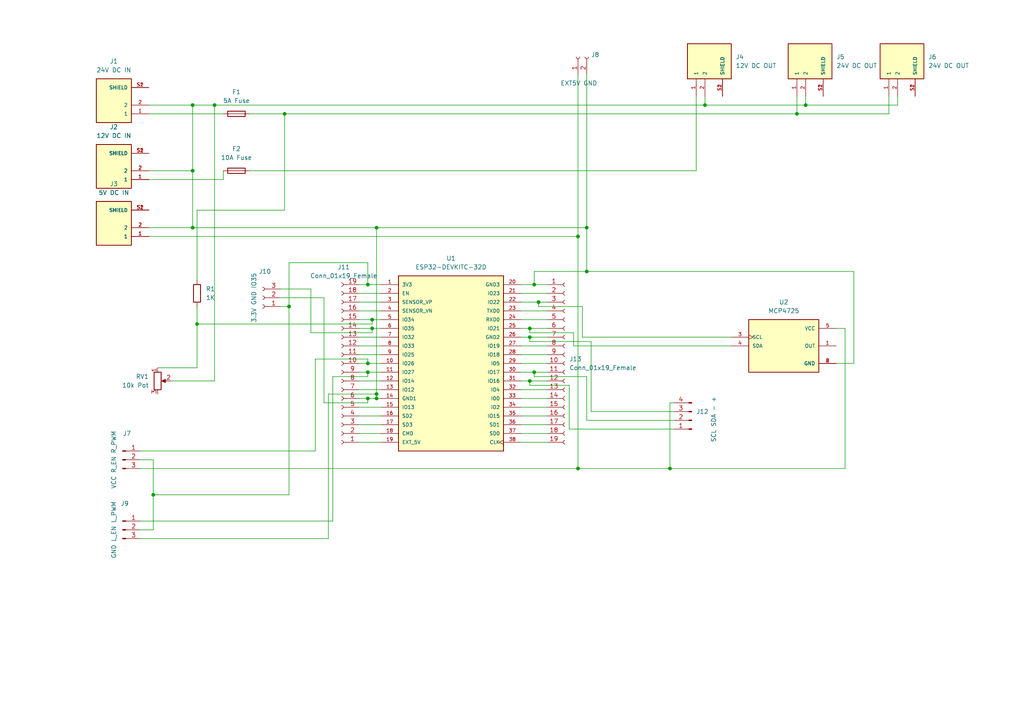
<source format=kicad_sch>
(kicad_sch (version 20211123) (generator eeschema)

  (uuid 53b3b8d3-31ca-448f-a631-369bda7b2ad0)

  (paper "A4")

  (lib_symbols
    (symbol "Connector:Conn_01x02_Female" (pin_names (offset 1.016) hide) (in_bom yes) (on_board yes)
      (property "Reference" "J" (id 0) (at 0 2.54 0)
        (effects (font (size 1.27 1.27)))
      )
      (property "Value" "Conn_01x02_Female" (id 1) (at 0 -5.08 0)
        (effects (font (size 1.27 1.27)))
      )
      (property "Footprint" "" (id 2) (at 0 0 0)
        (effects (font (size 1.27 1.27)) hide)
      )
      (property "Datasheet" "~" (id 3) (at 0 0 0)
        (effects (font (size 1.27 1.27)) hide)
      )
      (property "ki_keywords" "connector" (id 4) (at 0 0 0)
        (effects (font (size 1.27 1.27)) hide)
      )
      (property "ki_description" "Generic connector, single row, 01x02, script generated (kicad-library-utils/schlib/autogen/connector/)" (id 5) (at 0 0 0)
        (effects (font (size 1.27 1.27)) hide)
      )
      (property "ki_fp_filters" "Connector*:*_1x??_*" (id 6) (at 0 0 0)
        (effects (font (size 1.27 1.27)) hide)
      )
      (symbol "Conn_01x02_Female_1_1"
        (arc (start 0 -2.032) (mid -0.508 -2.54) (end 0 -3.048)
          (stroke (width 0.1524) (type default) (color 0 0 0 0))
          (fill (type none))
        )
        (polyline
          (pts
            (xy -1.27 -2.54)
            (xy -0.508 -2.54)
          )
          (stroke (width 0.1524) (type default) (color 0 0 0 0))
          (fill (type none))
        )
        (polyline
          (pts
            (xy -1.27 0)
            (xy -0.508 0)
          )
          (stroke (width 0.1524) (type default) (color 0 0 0 0))
          (fill (type none))
        )
        (arc (start 0 0.508) (mid -0.508 0) (end 0 -0.508)
          (stroke (width 0.1524) (type default) (color 0 0 0 0))
          (fill (type none))
        )
        (pin passive line (at -5.08 0 0) (length 3.81)
          (name "Pin_1" (effects (font (size 1.27 1.27))))
          (number "1" (effects (font (size 1.27 1.27))))
        )
        (pin passive line (at -5.08 -2.54 0) (length 3.81)
          (name "Pin_2" (effects (font (size 1.27 1.27))))
          (number "2" (effects (font (size 1.27 1.27))))
        )
      )
    )
    (symbol "Connector:Conn_01x03_Female" (pin_names (offset 1.016) hide) (in_bom yes) (on_board yes)
      (property "Reference" "J" (id 0) (at 0 5.08 0)
        (effects (font (size 1.27 1.27)))
      )
      (property "Value" "Conn_01x03_Female" (id 1) (at 0 -5.08 0)
        (effects (font (size 1.27 1.27)))
      )
      (property "Footprint" "" (id 2) (at 0 0 0)
        (effects (font (size 1.27 1.27)) hide)
      )
      (property "Datasheet" "~" (id 3) (at 0 0 0)
        (effects (font (size 1.27 1.27)) hide)
      )
      (property "ki_keywords" "connector" (id 4) (at 0 0 0)
        (effects (font (size 1.27 1.27)) hide)
      )
      (property "ki_description" "Generic connector, single row, 01x03, script generated (kicad-library-utils/schlib/autogen/connector/)" (id 5) (at 0 0 0)
        (effects (font (size 1.27 1.27)) hide)
      )
      (property "ki_fp_filters" "Connector*:*_1x??_*" (id 6) (at 0 0 0)
        (effects (font (size 1.27 1.27)) hide)
      )
      (symbol "Conn_01x03_Female_1_1"
        (arc (start 0 -2.032) (mid -0.508 -2.54) (end 0 -3.048)
          (stroke (width 0.1524) (type default) (color 0 0 0 0))
          (fill (type none))
        )
        (polyline
          (pts
            (xy -1.27 -2.54)
            (xy -0.508 -2.54)
          )
          (stroke (width 0.1524) (type default) (color 0 0 0 0))
          (fill (type none))
        )
        (polyline
          (pts
            (xy -1.27 0)
            (xy -0.508 0)
          )
          (stroke (width 0.1524) (type default) (color 0 0 0 0))
          (fill (type none))
        )
        (polyline
          (pts
            (xy -1.27 2.54)
            (xy -0.508 2.54)
          )
          (stroke (width 0.1524) (type default) (color 0 0 0 0))
          (fill (type none))
        )
        (arc (start 0 0.508) (mid -0.508 0) (end 0 -0.508)
          (stroke (width 0.1524) (type default) (color 0 0 0 0))
          (fill (type none))
        )
        (arc (start 0 3.048) (mid -0.508 2.54) (end 0 2.032)
          (stroke (width 0.1524) (type default) (color 0 0 0 0))
          (fill (type none))
        )
        (pin passive line (at -5.08 2.54 0) (length 3.81)
          (name "Pin_1" (effects (font (size 1.27 1.27))))
          (number "1" (effects (font (size 1.27 1.27))))
        )
        (pin passive line (at -5.08 0 0) (length 3.81)
          (name "Pin_2" (effects (font (size 1.27 1.27))))
          (number "2" (effects (font (size 1.27 1.27))))
        )
        (pin passive line (at -5.08 -2.54 0) (length 3.81)
          (name "Pin_3" (effects (font (size 1.27 1.27))))
          (number "3" (effects (font (size 1.27 1.27))))
        )
      )
    )
    (symbol "Connector:Conn_01x03_Male" (pin_names (offset 1.016) hide) (in_bom yes) (on_board yes)
      (property "Reference" "J" (id 0) (at 0 5.08 0)
        (effects (font (size 1.27 1.27)))
      )
      (property "Value" "Conn_01x03_Male" (id 1) (at 0 -5.08 0)
        (effects (font (size 1.27 1.27)))
      )
      (property "Footprint" "" (id 2) (at 0 0 0)
        (effects (font (size 1.27 1.27)) hide)
      )
      (property "Datasheet" "~" (id 3) (at 0 0 0)
        (effects (font (size 1.27 1.27)) hide)
      )
      (property "ki_keywords" "connector" (id 4) (at 0 0 0)
        (effects (font (size 1.27 1.27)) hide)
      )
      (property "ki_description" "Generic connector, single row, 01x03, script generated (kicad-library-utils/schlib/autogen/connector/)" (id 5) (at 0 0 0)
        (effects (font (size 1.27 1.27)) hide)
      )
      (property "ki_fp_filters" "Connector*:*_1x??_*" (id 6) (at 0 0 0)
        (effects (font (size 1.27 1.27)) hide)
      )
      (symbol "Conn_01x03_Male_1_1"
        (polyline
          (pts
            (xy 1.27 -2.54)
            (xy 0.8636 -2.54)
          )
          (stroke (width 0.1524) (type default) (color 0 0 0 0))
          (fill (type none))
        )
        (polyline
          (pts
            (xy 1.27 0)
            (xy 0.8636 0)
          )
          (stroke (width 0.1524) (type default) (color 0 0 0 0))
          (fill (type none))
        )
        (polyline
          (pts
            (xy 1.27 2.54)
            (xy 0.8636 2.54)
          )
          (stroke (width 0.1524) (type default) (color 0 0 0 0))
          (fill (type none))
        )
        (rectangle (start 0.8636 -2.413) (end 0 -2.667)
          (stroke (width 0.1524) (type default) (color 0 0 0 0))
          (fill (type outline))
        )
        (rectangle (start 0.8636 0.127) (end 0 -0.127)
          (stroke (width 0.1524) (type default) (color 0 0 0 0))
          (fill (type outline))
        )
        (rectangle (start 0.8636 2.667) (end 0 2.413)
          (stroke (width 0.1524) (type default) (color 0 0 0 0))
          (fill (type outline))
        )
        (pin passive line (at 5.08 2.54 180) (length 3.81)
          (name "Pin_1" (effects (font (size 1.27 1.27))))
          (number "1" (effects (font (size 1.27 1.27))))
        )
        (pin passive line (at 5.08 0 180) (length 3.81)
          (name "Pin_2" (effects (font (size 1.27 1.27))))
          (number "2" (effects (font (size 1.27 1.27))))
        )
        (pin passive line (at 5.08 -2.54 180) (length 3.81)
          (name "Pin_3" (effects (font (size 1.27 1.27))))
          (number "3" (effects (font (size 1.27 1.27))))
        )
      )
    )
    (symbol "Connector:Conn_01x04_Male" (pin_names (offset 1.016) hide) (in_bom yes) (on_board yes)
      (property "Reference" "J" (id 0) (at 0 5.08 0)
        (effects (font (size 1.27 1.27)))
      )
      (property "Value" "Conn_01x04_Male" (id 1) (at 0 -7.62 0)
        (effects (font (size 1.27 1.27)))
      )
      (property "Footprint" "" (id 2) (at 0 0 0)
        (effects (font (size 1.27 1.27)) hide)
      )
      (property "Datasheet" "~" (id 3) (at 0 0 0)
        (effects (font (size 1.27 1.27)) hide)
      )
      (property "ki_keywords" "connector" (id 4) (at 0 0 0)
        (effects (font (size 1.27 1.27)) hide)
      )
      (property "ki_description" "Generic connector, single row, 01x04, script generated (kicad-library-utils/schlib/autogen/connector/)" (id 5) (at 0 0 0)
        (effects (font (size 1.27 1.27)) hide)
      )
      (property "ki_fp_filters" "Connector*:*_1x??_*" (id 6) (at 0 0 0)
        (effects (font (size 1.27 1.27)) hide)
      )
      (symbol "Conn_01x04_Male_1_1"
        (polyline
          (pts
            (xy 1.27 -5.08)
            (xy 0.8636 -5.08)
          )
          (stroke (width 0.1524) (type default) (color 0 0 0 0))
          (fill (type none))
        )
        (polyline
          (pts
            (xy 1.27 -2.54)
            (xy 0.8636 -2.54)
          )
          (stroke (width 0.1524) (type default) (color 0 0 0 0))
          (fill (type none))
        )
        (polyline
          (pts
            (xy 1.27 0)
            (xy 0.8636 0)
          )
          (stroke (width 0.1524) (type default) (color 0 0 0 0))
          (fill (type none))
        )
        (polyline
          (pts
            (xy 1.27 2.54)
            (xy 0.8636 2.54)
          )
          (stroke (width 0.1524) (type default) (color 0 0 0 0))
          (fill (type none))
        )
        (rectangle (start 0.8636 -4.953) (end 0 -5.207)
          (stroke (width 0.1524) (type default) (color 0 0 0 0))
          (fill (type outline))
        )
        (rectangle (start 0.8636 -2.413) (end 0 -2.667)
          (stroke (width 0.1524) (type default) (color 0 0 0 0))
          (fill (type outline))
        )
        (rectangle (start 0.8636 0.127) (end 0 -0.127)
          (stroke (width 0.1524) (type default) (color 0 0 0 0))
          (fill (type outline))
        )
        (rectangle (start 0.8636 2.667) (end 0 2.413)
          (stroke (width 0.1524) (type default) (color 0 0 0 0))
          (fill (type outline))
        )
        (pin passive line (at 5.08 2.54 180) (length 3.81)
          (name "Pin_1" (effects (font (size 1.27 1.27))))
          (number "1" (effects (font (size 1.27 1.27))))
        )
        (pin passive line (at 5.08 0 180) (length 3.81)
          (name "Pin_2" (effects (font (size 1.27 1.27))))
          (number "2" (effects (font (size 1.27 1.27))))
        )
        (pin passive line (at 5.08 -2.54 180) (length 3.81)
          (name "Pin_3" (effects (font (size 1.27 1.27))))
          (number "3" (effects (font (size 1.27 1.27))))
        )
        (pin passive line (at 5.08 -5.08 180) (length 3.81)
          (name "Pin_4" (effects (font (size 1.27 1.27))))
          (number "4" (effects (font (size 1.27 1.27))))
        )
      )
    )
    (symbol "Connector:Conn_01x19_Female" (pin_names (offset 1.016) hide) (in_bom yes) (on_board yes)
      (property "Reference" "J" (id 0) (at 0 25.4 0)
        (effects (font (size 1.27 1.27)))
      )
      (property "Value" "Conn_01x19_Female" (id 1) (at 0 -25.4 0)
        (effects (font (size 1.27 1.27)))
      )
      (property "Footprint" "" (id 2) (at 0 0 0)
        (effects (font (size 1.27 1.27)) hide)
      )
      (property "Datasheet" "~" (id 3) (at 0 0 0)
        (effects (font (size 1.27 1.27)) hide)
      )
      (property "ki_keywords" "connector" (id 4) (at 0 0 0)
        (effects (font (size 1.27 1.27)) hide)
      )
      (property "ki_description" "Generic connector, single row, 01x19, script generated (kicad-library-utils/schlib/autogen/connector/)" (id 5) (at 0 0 0)
        (effects (font (size 1.27 1.27)) hide)
      )
      (property "ki_fp_filters" "Connector*:*_1x??_*" (id 6) (at 0 0 0)
        (effects (font (size 1.27 1.27)) hide)
      )
      (symbol "Conn_01x19_Female_1_1"
        (arc (start 0 -22.352) (mid -0.508 -22.86) (end 0 -23.368)
          (stroke (width 0.1524) (type default) (color 0 0 0 0))
          (fill (type none))
        )
        (arc (start 0 -19.812) (mid -0.508 -20.32) (end 0 -20.828)
          (stroke (width 0.1524) (type default) (color 0 0 0 0))
          (fill (type none))
        )
        (arc (start 0 -17.272) (mid -0.508 -17.78) (end 0 -18.288)
          (stroke (width 0.1524) (type default) (color 0 0 0 0))
          (fill (type none))
        )
        (arc (start 0 -14.732) (mid -0.508 -15.24) (end 0 -15.748)
          (stroke (width 0.1524) (type default) (color 0 0 0 0))
          (fill (type none))
        )
        (arc (start 0 -12.192) (mid -0.508 -12.7) (end 0 -13.208)
          (stroke (width 0.1524) (type default) (color 0 0 0 0))
          (fill (type none))
        )
        (arc (start 0 -9.652) (mid -0.508 -10.16) (end 0 -10.668)
          (stroke (width 0.1524) (type default) (color 0 0 0 0))
          (fill (type none))
        )
        (arc (start 0 -7.112) (mid -0.508 -7.62) (end 0 -8.128)
          (stroke (width 0.1524) (type default) (color 0 0 0 0))
          (fill (type none))
        )
        (arc (start 0 -4.572) (mid -0.508 -5.08) (end 0 -5.588)
          (stroke (width 0.1524) (type default) (color 0 0 0 0))
          (fill (type none))
        )
        (arc (start 0 -2.032) (mid -0.508 -2.54) (end 0 -3.048)
          (stroke (width 0.1524) (type default) (color 0 0 0 0))
          (fill (type none))
        )
        (polyline
          (pts
            (xy -1.27 -22.86)
            (xy -0.508 -22.86)
          )
          (stroke (width 0.1524) (type default) (color 0 0 0 0))
          (fill (type none))
        )
        (polyline
          (pts
            (xy -1.27 -20.32)
            (xy -0.508 -20.32)
          )
          (stroke (width 0.1524) (type default) (color 0 0 0 0))
          (fill (type none))
        )
        (polyline
          (pts
            (xy -1.27 -17.78)
            (xy -0.508 -17.78)
          )
          (stroke (width 0.1524) (type default) (color 0 0 0 0))
          (fill (type none))
        )
        (polyline
          (pts
            (xy -1.27 -15.24)
            (xy -0.508 -15.24)
          )
          (stroke (width 0.1524) (type default) (color 0 0 0 0))
          (fill (type none))
        )
        (polyline
          (pts
            (xy -1.27 -12.7)
            (xy -0.508 -12.7)
          )
          (stroke (width 0.1524) (type default) (color 0 0 0 0))
          (fill (type none))
        )
        (polyline
          (pts
            (xy -1.27 -10.16)
            (xy -0.508 -10.16)
          )
          (stroke (width 0.1524) (type default) (color 0 0 0 0))
          (fill (type none))
        )
        (polyline
          (pts
            (xy -1.27 -7.62)
            (xy -0.508 -7.62)
          )
          (stroke (width 0.1524) (type default) (color 0 0 0 0))
          (fill (type none))
        )
        (polyline
          (pts
            (xy -1.27 -5.08)
            (xy -0.508 -5.08)
          )
          (stroke (width 0.1524) (type default) (color 0 0 0 0))
          (fill (type none))
        )
        (polyline
          (pts
            (xy -1.27 -2.54)
            (xy -0.508 -2.54)
          )
          (stroke (width 0.1524) (type default) (color 0 0 0 0))
          (fill (type none))
        )
        (polyline
          (pts
            (xy -1.27 0)
            (xy -0.508 0)
          )
          (stroke (width 0.1524) (type default) (color 0 0 0 0))
          (fill (type none))
        )
        (polyline
          (pts
            (xy -1.27 2.54)
            (xy -0.508 2.54)
          )
          (stroke (width 0.1524) (type default) (color 0 0 0 0))
          (fill (type none))
        )
        (polyline
          (pts
            (xy -1.27 5.08)
            (xy -0.508 5.08)
          )
          (stroke (width 0.1524) (type default) (color 0 0 0 0))
          (fill (type none))
        )
        (polyline
          (pts
            (xy -1.27 7.62)
            (xy -0.508 7.62)
          )
          (stroke (width 0.1524) (type default) (color 0 0 0 0))
          (fill (type none))
        )
        (polyline
          (pts
            (xy -1.27 10.16)
            (xy -0.508 10.16)
          )
          (stroke (width 0.1524) (type default) (color 0 0 0 0))
          (fill (type none))
        )
        (polyline
          (pts
            (xy -1.27 12.7)
            (xy -0.508 12.7)
          )
          (stroke (width 0.1524) (type default) (color 0 0 0 0))
          (fill (type none))
        )
        (polyline
          (pts
            (xy -1.27 15.24)
            (xy -0.508 15.24)
          )
          (stroke (width 0.1524) (type default) (color 0 0 0 0))
          (fill (type none))
        )
        (polyline
          (pts
            (xy -1.27 17.78)
            (xy -0.508 17.78)
          )
          (stroke (width 0.1524) (type default) (color 0 0 0 0))
          (fill (type none))
        )
        (polyline
          (pts
            (xy -1.27 20.32)
            (xy -0.508 20.32)
          )
          (stroke (width 0.1524) (type default) (color 0 0 0 0))
          (fill (type none))
        )
        (polyline
          (pts
            (xy -1.27 22.86)
            (xy -0.508 22.86)
          )
          (stroke (width 0.1524) (type default) (color 0 0 0 0))
          (fill (type none))
        )
        (arc (start 0 0.508) (mid -0.508 0) (end 0 -0.508)
          (stroke (width 0.1524) (type default) (color 0 0 0 0))
          (fill (type none))
        )
        (arc (start 0 3.048) (mid -0.508 2.54) (end 0 2.032)
          (stroke (width 0.1524) (type default) (color 0 0 0 0))
          (fill (type none))
        )
        (arc (start 0 5.588) (mid -0.508 5.08) (end 0 4.572)
          (stroke (width 0.1524) (type default) (color 0 0 0 0))
          (fill (type none))
        )
        (arc (start 0 8.128) (mid -0.508 7.62) (end 0 7.112)
          (stroke (width 0.1524) (type default) (color 0 0 0 0))
          (fill (type none))
        )
        (arc (start 0 10.668) (mid -0.508 10.16) (end 0 9.652)
          (stroke (width 0.1524) (type default) (color 0 0 0 0))
          (fill (type none))
        )
        (arc (start 0 13.208) (mid -0.508 12.7) (end 0 12.192)
          (stroke (width 0.1524) (type default) (color 0 0 0 0))
          (fill (type none))
        )
        (arc (start 0 15.748) (mid -0.508 15.24) (end 0 14.732)
          (stroke (width 0.1524) (type default) (color 0 0 0 0))
          (fill (type none))
        )
        (arc (start 0 18.288) (mid -0.508 17.78) (end 0 17.272)
          (stroke (width 0.1524) (type default) (color 0 0 0 0))
          (fill (type none))
        )
        (arc (start 0 20.828) (mid -0.508 20.32) (end 0 19.812)
          (stroke (width 0.1524) (type default) (color 0 0 0 0))
          (fill (type none))
        )
        (arc (start 0 23.368) (mid -0.508 22.86) (end 0 22.352)
          (stroke (width 0.1524) (type default) (color 0 0 0 0))
          (fill (type none))
        )
        (pin passive line (at -5.08 22.86 0) (length 3.81)
          (name "Pin_1" (effects (font (size 1.27 1.27))))
          (number "1" (effects (font (size 1.27 1.27))))
        )
        (pin passive line (at -5.08 0 0) (length 3.81)
          (name "Pin_10" (effects (font (size 1.27 1.27))))
          (number "10" (effects (font (size 1.27 1.27))))
        )
        (pin passive line (at -5.08 -2.54 0) (length 3.81)
          (name "Pin_11" (effects (font (size 1.27 1.27))))
          (number "11" (effects (font (size 1.27 1.27))))
        )
        (pin passive line (at -5.08 -5.08 0) (length 3.81)
          (name "Pin_12" (effects (font (size 1.27 1.27))))
          (number "12" (effects (font (size 1.27 1.27))))
        )
        (pin passive line (at -5.08 -7.62 0) (length 3.81)
          (name "Pin_13" (effects (font (size 1.27 1.27))))
          (number "13" (effects (font (size 1.27 1.27))))
        )
        (pin passive line (at -5.08 -10.16 0) (length 3.81)
          (name "Pin_14" (effects (font (size 1.27 1.27))))
          (number "14" (effects (font (size 1.27 1.27))))
        )
        (pin passive line (at -5.08 -12.7 0) (length 3.81)
          (name "Pin_15" (effects (font (size 1.27 1.27))))
          (number "15" (effects (font (size 1.27 1.27))))
        )
        (pin passive line (at -5.08 -15.24 0) (length 3.81)
          (name "Pin_16" (effects (font (size 1.27 1.27))))
          (number "16" (effects (font (size 1.27 1.27))))
        )
        (pin passive line (at -5.08 -17.78 0) (length 3.81)
          (name "Pin_17" (effects (font (size 1.27 1.27))))
          (number "17" (effects (font (size 1.27 1.27))))
        )
        (pin passive line (at -5.08 -20.32 0) (length 3.81)
          (name "Pin_18" (effects (font (size 1.27 1.27))))
          (number "18" (effects (font (size 1.27 1.27))))
        )
        (pin passive line (at -5.08 -22.86 0) (length 3.81)
          (name "Pin_19" (effects (font (size 1.27 1.27))))
          (number "19" (effects (font (size 1.27 1.27))))
        )
        (pin passive line (at -5.08 20.32 0) (length 3.81)
          (name "Pin_2" (effects (font (size 1.27 1.27))))
          (number "2" (effects (font (size 1.27 1.27))))
        )
        (pin passive line (at -5.08 17.78 0) (length 3.81)
          (name "Pin_3" (effects (font (size 1.27 1.27))))
          (number "3" (effects (font (size 1.27 1.27))))
        )
        (pin passive line (at -5.08 15.24 0) (length 3.81)
          (name "Pin_4" (effects (font (size 1.27 1.27))))
          (number "4" (effects (font (size 1.27 1.27))))
        )
        (pin passive line (at -5.08 12.7 0) (length 3.81)
          (name "Pin_5" (effects (font (size 1.27 1.27))))
          (number "5" (effects (font (size 1.27 1.27))))
        )
        (pin passive line (at -5.08 10.16 0) (length 3.81)
          (name "Pin_6" (effects (font (size 1.27 1.27))))
          (number "6" (effects (font (size 1.27 1.27))))
        )
        (pin passive line (at -5.08 7.62 0) (length 3.81)
          (name "Pin_7" (effects (font (size 1.27 1.27))))
          (number "7" (effects (font (size 1.27 1.27))))
        )
        (pin passive line (at -5.08 5.08 0) (length 3.81)
          (name "Pin_8" (effects (font (size 1.27 1.27))))
          (number "8" (effects (font (size 1.27 1.27))))
        )
        (pin passive line (at -5.08 2.54 0) (length 3.81)
          (name "Pin_9" (effects (font (size 1.27 1.27))))
          (number "9" (effects (font (size 1.27 1.27))))
        )
      )
    )
    (symbol "Device:Fuse" (pin_numbers hide) (pin_names (offset 0)) (in_bom yes) (on_board yes)
      (property "Reference" "F" (id 0) (at 2.032 0 90)
        (effects (font (size 1.27 1.27)))
      )
      (property "Value" "Fuse" (id 1) (at -1.905 0 90)
        (effects (font (size 1.27 1.27)))
      )
      (property "Footprint" "" (id 2) (at -1.778 0 90)
        (effects (font (size 1.27 1.27)) hide)
      )
      (property "Datasheet" "~" (id 3) (at 0 0 0)
        (effects (font (size 1.27 1.27)) hide)
      )
      (property "ki_keywords" "fuse" (id 4) (at 0 0 0)
        (effects (font (size 1.27 1.27)) hide)
      )
      (property "ki_description" "Fuse" (id 5) (at 0 0 0)
        (effects (font (size 1.27 1.27)) hide)
      )
      (property "ki_fp_filters" "*Fuse*" (id 6) (at 0 0 0)
        (effects (font (size 1.27 1.27)) hide)
      )
      (symbol "Fuse_0_1"
        (rectangle (start -0.762 -2.54) (end 0.762 2.54)
          (stroke (width 0.254) (type default) (color 0 0 0 0))
          (fill (type none))
        )
        (polyline
          (pts
            (xy 0 2.54)
            (xy 0 -2.54)
          )
          (stroke (width 0) (type default) (color 0 0 0 0))
          (fill (type none))
        )
      )
      (symbol "Fuse_1_1"
        (pin passive line (at 0 3.81 270) (length 1.27)
          (name "~" (effects (font (size 1.27 1.27))))
          (number "1" (effects (font (size 1.27 1.27))))
        )
        (pin passive line (at 0 -3.81 90) (length 1.27)
          (name "~" (effects (font (size 1.27 1.27))))
          (number "2" (effects (font (size 1.27 1.27))))
        )
      )
    )
    (symbol "Device:R" (pin_numbers hide) (pin_names (offset 0)) (in_bom yes) (on_board yes)
      (property "Reference" "R" (id 0) (at 2.032 0 90)
        (effects (font (size 1.27 1.27)))
      )
      (property "Value" "R" (id 1) (at 0 0 90)
        (effects (font (size 1.27 1.27)))
      )
      (property "Footprint" "" (id 2) (at -1.778 0 90)
        (effects (font (size 1.27 1.27)) hide)
      )
      (property "Datasheet" "~" (id 3) (at 0 0 0)
        (effects (font (size 1.27 1.27)) hide)
      )
      (property "ki_keywords" "R res resistor" (id 4) (at 0 0 0)
        (effects (font (size 1.27 1.27)) hide)
      )
      (property "ki_description" "Resistor" (id 5) (at 0 0 0)
        (effects (font (size 1.27 1.27)) hide)
      )
      (property "ki_fp_filters" "R_*" (id 6) (at 0 0 0)
        (effects (font (size 1.27 1.27)) hide)
      )
      (symbol "R_0_1"
        (rectangle (start -1.016 -2.54) (end 1.016 2.54)
          (stroke (width 0.254) (type default) (color 0 0 0 0))
          (fill (type none))
        )
      )
      (symbol "R_1_1"
        (pin passive line (at 0 3.81 270) (length 1.27)
          (name "~" (effects (font (size 1.27 1.27))))
          (number "1" (effects (font (size 1.27 1.27))))
        )
        (pin passive line (at 0 -3.81 90) (length 1.27)
          (name "~" (effects (font (size 1.27 1.27))))
          (number "2" (effects (font (size 1.27 1.27))))
        )
      )
    )
    (symbol "Device:R_Potentiometer" (pin_names (offset 1.016) hide) (in_bom yes) (on_board yes)
      (property "Reference" "RV" (id 0) (at -4.445 0 90)
        (effects (font (size 1.27 1.27)))
      )
      (property "Value" "R_Potentiometer" (id 1) (at -2.54 0 90)
        (effects (font (size 1.27 1.27)))
      )
      (property "Footprint" "" (id 2) (at 0 0 0)
        (effects (font (size 1.27 1.27)) hide)
      )
      (property "Datasheet" "~" (id 3) (at 0 0 0)
        (effects (font (size 1.27 1.27)) hide)
      )
      (property "ki_keywords" "resistor variable" (id 4) (at 0 0 0)
        (effects (font (size 1.27 1.27)) hide)
      )
      (property "ki_description" "Potentiometer" (id 5) (at 0 0 0)
        (effects (font (size 1.27 1.27)) hide)
      )
      (property "ki_fp_filters" "Potentiometer*" (id 6) (at 0 0 0)
        (effects (font (size 1.27 1.27)) hide)
      )
      (symbol "R_Potentiometer_0_1"
        (polyline
          (pts
            (xy 2.54 0)
            (xy 1.524 0)
          )
          (stroke (width 0) (type default) (color 0 0 0 0))
          (fill (type none))
        )
        (polyline
          (pts
            (xy 1.143 0)
            (xy 2.286 0.508)
            (xy 2.286 -0.508)
            (xy 1.143 0)
          )
          (stroke (width 0) (type default) (color 0 0 0 0))
          (fill (type outline))
        )
        (rectangle (start 1.016 2.54) (end -1.016 -2.54)
          (stroke (width 0.254) (type default) (color 0 0 0 0))
          (fill (type none))
        )
      )
      (symbol "R_Potentiometer_1_1"
        (pin passive line (at 0 3.81 270) (length 1.27)
          (name "1" (effects (font (size 1.27 1.27))))
          (number "1" (effects (font (size 1.27 1.27))))
        )
        (pin passive line (at 3.81 0 180) (length 1.27)
          (name "2" (effects (font (size 1.27 1.27))))
          (number "2" (effects (font (size 1.27 1.27))))
        )
        (pin passive line (at 0 -3.81 90) (length 1.27)
          (name "3" (effects (font (size 1.27 1.27))))
          (number "3" (effects (font (size 1.27 1.27))))
        )
      )
    )
    (symbol "ESP32-DEVKITC-32D:ESP32-DEVKITC-32D" (pin_names (offset 1.016)) (in_bom yes) (on_board yes)
      (property "Reference" "U" (id 0) (at -15.2572 26.0643 0)
        (effects (font (size 1.27 1.27)) (justify left bottom))
      )
      (property "Value" "ESP32-DEVKITC-32D" (id 1) (at -15.2563 -27.9698 0)
        (effects (font (size 1.27 1.27)) (justify left bottom))
      )
      (property "Footprint" "MODULE_ESP32-DEVKITC-32D" (id 2) (at 0 0 0)
        (effects (font (size 1.27 1.27)) (justify bottom) hide)
      )
      (property "Datasheet" "" (id 3) (at 0 0 0)
        (effects (font (size 1.27 1.27)) hide)
      )
      (property "MANUFACTURER" "Espressif Systems" (id 4) (at 0 0 0)
        (effects (font (size 1.27 1.27)) (justify bottom) hide)
      )
      (property "PARTREV" "4" (id 5) (at 0 0 0)
        (effects (font (size 1.27 1.27)) (justify bottom) hide)
      )
      (symbol "ESP32-DEVKITC-32D_0_0"
        (rectangle (start -15.24 -25.4) (end 15.24 25.4)
          (stroke (width 0.254) (type default) (color 0 0 0 0))
          (fill (type background))
        )
        (pin power_in line (at -20.32 22.86 0) (length 5.08)
          (name "3V3" (effects (font (size 1.016 1.016))))
          (number "1" (effects (font (size 1.016 1.016))))
        )
        (pin bidirectional line (at -20.32 0 0) (length 5.08)
          (name "IO26" (effects (font (size 1.016 1.016))))
          (number "10" (effects (font (size 1.016 1.016))))
        )
        (pin bidirectional line (at -20.32 -2.54 0) (length 5.08)
          (name "IO27" (effects (font (size 1.016 1.016))))
          (number "11" (effects (font (size 1.016 1.016))))
        )
        (pin bidirectional line (at -20.32 -5.08 0) (length 5.08)
          (name "IO14" (effects (font (size 1.016 1.016))))
          (number "12" (effects (font (size 1.016 1.016))))
        )
        (pin bidirectional line (at -20.32 -7.62 0) (length 5.08)
          (name "IO12" (effects (font (size 1.016 1.016))))
          (number "13" (effects (font (size 1.016 1.016))))
        )
        (pin power_in line (at -20.32 -10.16 0) (length 5.08)
          (name "GND1" (effects (font (size 1.016 1.016))))
          (number "14" (effects (font (size 1.016 1.016))))
        )
        (pin bidirectional line (at -20.32 -12.7 0) (length 5.08)
          (name "IO13" (effects (font (size 1.016 1.016))))
          (number "15" (effects (font (size 1.016 1.016))))
        )
        (pin bidirectional line (at -20.32 -15.24 0) (length 5.08)
          (name "SD2" (effects (font (size 1.016 1.016))))
          (number "16" (effects (font (size 1.016 1.016))))
        )
        (pin bidirectional line (at -20.32 -17.78 0) (length 5.08)
          (name "SD3" (effects (font (size 1.016 1.016))))
          (number "17" (effects (font (size 1.016 1.016))))
        )
        (pin bidirectional line (at -20.32 -20.32 0) (length 5.08)
          (name "CMD" (effects (font (size 1.016 1.016))))
          (number "18" (effects (font (size 1.016 1.016))))
        )
        (pin power_in line (at -20.32 -22.86 0) (length 5.08)
          (name "EXT_5V" (effects (font (size 1.016 1.016))))
          (number "19" (effects (font (size 1.016 1.016))))
        )
        (pin input line (at -20.32 20.32 0) (length 5.08)
          (name "EN" (effects (font (size 1.016 1.016))))
          (number "2" (effects (font (size 1.016 1.016))))
        )
        (pin power_in line (at 20.32 22.86 180) (length 5.08)
          (name "GND3" (effects (font (size 1.016 1.016))))
          (number "20" (effects (font (size 1.016 1.016))))
        )
        (pin bidirectional line (at 20.32 20.32 180) (length 5.08)
          (name "IO23" (effects (font (size 1.016 1.016))))
          (number "21" (effects (font (size 1.016 1.016))))
        )
        (pin bidirectional line (at 20.32 17.78 180) (length 5.08)
          (name "IO22" (effects (font (size 1.016 1.016))))
          (number "22" (effects (font (size 1.016 1.016))))
        )
        (pin output line (at 20.32 15.24 180) (length 5.08)
          (name "TXD0" (effects (font (size 1.016 1.016))))
          (number "23" (effects (font (size 1.016 1.016))))
        )
        (pin input line (at 20.32 12.7 180) (length 5.08)
          (name "RXD0" (effects (font (size 1.016 1.016))))
          (number "24" (effects (font (size 1.016 1.016))))
        )
        (pin bidirectional line (at 20.32 10.16 180) (length 5.08)
          (name "IO21" (effects (font (size 1.016 1.016))))
          (number "25" (effects (font (size 1.016 1.016))))
        )
        (pin power_in line (at 20.32 7.62 180) (length 5.08)
          (name "GND2" (effects (font (size 1.016 1.016))))
          (number "26" (effects (font (size 1.016 1.016))))
        )
        (pin bidirectional line (at 20.32 5.08 180) (length 5.08)
          (name "IO19" (effects (font (size 1.016 1.016))))
          (number "27" (effects (font (size 1.016 1.016))))
        )
        (pin bidirectional line (at 20.32 2.54 180) (length 5.08)
          (name "IO18" (effects (font (size 1.016 1.016))))
          (number "28" (effects (font (size 1.016 1.016))))
        )
        (pin bidirectional line (at 20.32 0 180) (length 5.08)
          (name "IO5" (effects (font (size 1.016 1.016))))
          (number "29" (effects (font (size 1.016 1.016))))
        )
        (pin input line (at -20.32 17.78 0) (length 5.08)
          (name "SENSOR_VP" (effects (font (size 1.016 1.016))))
          (number "3" (effects (font (size 1.016 1.016))))
        )
        (pin bidirectional line (at 20.32 -2.54 180) (length 5.08)
          (name "IO17" (effects (font (size 1.016 1.016))))
          (number "30" (effects (font (size 1.016 1.016))))
        )
        (pin bidirectional line (at 20.32 -5.08 180) (length 5.08)
          (name "IO16" (effects (font (size 1.016 1.016))))
          (number "31" (effects (font (size 1.016 1.016))))
        )
        (pin bidirectional line (at 20.32 -7.62 180) (length 5.08)
          (name "IO4" (effects (font (size 1.016 1.016))))
          (number "32" (effects (font (size 1.016 1.016))))
        )
        (pin bidirectional line (at 20.32 -10.16 180) (length 5.08)
          (name "IO0" (effects (font (size 1.016 1.016))))
          (number "33" (effects (font (size 1.016 1.016))))
        )
        (pin bidirectional line (at 20.32 -12.7 180) (length 5.08)
          (name "IO2" (effects (font (size 1.016 1.016))))
          (number "34" (effects (font (size 1.016 1.016))))
        )
        (pin bidirectional line (at 20.32 -15.24 180) (length 5.08)
          (name "IO15" (effects (font (size 1.016 1.016))))
          (number "35" (effects (font (size 1.016 1.016))))
        )
        (pin bidirectional line (at 20.32 -17.78 180) (length 5.08)
          (name "SD1" (effects (font (size 1.016 1.016))))
          (number "36" (effects (font (size 1.016 1.016))))
        )
        (pin bidirectional line (at 20.32 -20.32 180) (length 5.08)
          (name "SD0" (effects (font (size 1.016 1.016))))
          (number "37" (effects (font (size 1.016 1.016))))
        )
        (pin input clock (at 20.32 -22.86 180) (length 5.08)
          (name "CLK" (effects (font (size 1.016 1.016))))
          (number "38" (effects (font (size 1.016 1.016))))
        )
        (pin input line (at -20.32 15.24 0) (length 5.08)
          (name "SENSOR_VN" (effects (font (size 1.016 1.016))))
          (number "4" (effects (font (size 1.016 1.016))))
        )
        (pin bidirectional line (at -20.32 12.7 0) (length 5.08)
          (name "IO34" (effects (font (size 1.016 1.016))))
          (number "5" (effects (font (size 1.016 1.016))))
        )
        (pin bidirectional line (at -20.32 10.16 0) (length 5.08)
          (name "IO35" (effects (font (size 1.016 1.016))))
          (number "6" (effects (font (size 1.016 1.016))))
        )
        (pin bidirectional line (at -20.32 7.62 0) (length 5.08)
          (name "IO32" (effects (font (size 1.016 1.016))))
          (number "7" (effects (font (size 1.016 1.016))))
        )
        (pin bidirectional line (at -20.32 5.08 0) (length 5.08)
          (name "IO33" (effects (font (size 1.016 1.016))))
          (number "8" (effects (font (size 1.016 1.016))))
        )
        (pin bidirectional line (at -20.32 2.54 0) (length 5.08)
          (name "IO25" (effects (font (size 1.016 1.016))))
          (number "9" (effects (font (size 1.016 1.016))))
        )
      )
    )
    (symbol "XT60PW-F:XT60PW-F" (pin_names (offset 1.016)) (in_bom yes) (on_board yes)
      (property "Reference" "J" (id 0) (at -5.08 6.35 0)
        (effects (font (size 1.27 1.27)) (justify left bottom))
      )
      (property "Value" "XT60PW-F" (id 1) (at -5.08 -8.89 0)
        (effects (font (size 1.27 1.27)) (justify left top))
      )
      (property "Footprint" "AMASS_XT60PW-F" (id 2) (at 0 0 0)
        (effects (font (size 1.27 1.27)) (justify bottom) hide)
      )
      (property "Datasheet" "" (id 3) (at 0 0 0)
        (effects (font (size 1.27 1.27)) hide)
      )
      (property "STANDARD" "Manufacturer Recommendations" (id 4) (at 0 0 0)
        (effects (font (size 1.27 1.27)) (justify bottom) hide)
      )
      (property "MANUFACTURER" "AMASS" (id 5) (at 0 0 0)
        (effects (font (size 1.27 1.27)) (justify bottom) hide)
      )
      (property "MAXIMUM_PACKAGE_HEIGHT" "8.4 mm" (id 6) (at 0 0 0)
        (effects (font (size 1.27 1.27)) (justify bottom) hide)
      )
      (property "PARTREV" "V1.2" (id 7) (at 0 0 0)
        (effects (font (size 1.27 1.27)) (justify bottom) hide)
      )
      (symbol "XT60PW-F_0_0"
        (rectangle (start -5.08 -7.62) (end 5.08 5.08)
          (stroke (width 0.254) (type default) (color 0 0 0 0))
          (fill (type background))
        )
        (pin passive line (at -10.16 2.54 0) (length 5.08)
          (name "1" (effects (font (size 1.016 1.016))))
          (number "1" (effects (font (size 1.016 1.016))))
        )
        (pin passive line (at -10.16 0 0) (length 5.08)
          (name "2" (effects (font (size 1.016 1.016))))
          (number "2" (effects (font (size 1.016 1.016))))
        )
        (pin passive line (at -10.16 -5.08 0) (length 5.08)
          (name "SHIELD" (effects (font (size 1.016 1.016))))
          (number "S1" (effects (font (size 1.016 1.016))))
        )
        (pin passive line (at -10.16 -5.08 0) (length 5.08)
          (name "SHIELD" (effects (font (size 1.016 1.016))))
          (number "S2" (effects (font (size 1.016 1.016))))
        )
      )
    )
    (symbol "ZC576300:ZC576300" (pin_names (offset 1.016)) (in_bom yes) (on_board yes)
      (property "Reference" "U" (id 0) (at -10.16 10.16 0)
        (effects (font (size 1.27 1.27)) (justify left top))
      )
      (property "Value" "ZC576300" (id 1) (at -10.16 -10.16 0)
        (effects (font (size 1.27 1.27)) (justify left bottom))
      )
      (property "Footprint" "MODULE_ZC576300" (id 2) (at 0 0 0)
        (effects (font (size 1.27 1.27)) (justify bottom) hide)
      )
      (property "Datasheet" "" (id 3) (at 0 0 0)
        (effects (font (size 1.27 1.27)) hide)
      )
      (property "STANDARD" "Manufacturer Recommendations" (id 4) (at 0 0 0)
        (effects (font (size 1.27 1.27)) (justify bottom) hide)
      )
      (property "PARTREV" "v14" (id 5) (at 0 0 0)
        (effects (font (size 1.27 1.27)) (justify bottom) hide)
      )
      (property "MANUFACTURER" "Sparkfun" (id 6) (at 0 0 0)
        (effects (font (size 1.27 1.27)) (justify bottom) hide)
      )
      (symbol "ZC576300_0_0"
        (rectangle (start -10.16 -7.62) (end 10.16 7.62)
          (stroke (width 0.254) (type default) (color 0 0 0 0))
          (fill (type background))
        )
        (pin output line (at 15.24 0 180) (length 5.08)
          (name "OUT" (effects (font (size 1.016 1.016))))
          (number "1" (effects (font (size 1.016 1.016))))
        )
        (pin power_in line (at 15.24 -5.08 180) (length 5.08)
          (name "GND" (effects (font (size 1.016 1.016))))
          (number "2" (effects (font (size 1.016 1.016))))
        )
        (pin input clock (at -15.24 2.54 0) (length 5.08)
          (name "SCL" (effects (font (size 1.016 1.016))))
          (number "3" (effects (font (size 1.016 1.016))))
        )
        (pin bidirectional line (at -15.24 0 0) (length 5.08)
          (name "SDA" (effects (font (size 1.016 1.016))))
          (number "4" (effects (font (size 1.016 1.016))))
        )
        (pin power_in line (at 15.24 5.08 180) (length 5.08)
          (name "VCC" (effects (font (size 1.016 1.016))))
          (number "5" (effects (font (size 1.016 1.016))))
        )
        (pin power_in line (at 15.24 -5.08 180) (length 5.08)
          (name "GND" (effects (font (size 1.016 1.016))))
          (number "6" (effects (font (size 1.016 1.016))))
        )
      )
    )
  )

  (junction (at 107.95 92.71) (diameter 0) (color 0 0 0 0)
    (uuid 00352f42-24de-4e33-8d24-e2c47cd3df35)
  )
  (junction (at 233.68 30.48) (diameter 0) (color 0 0 0 0)
    (uuid 033fc37b-ecd8-4ff4-a91c-beb3898adf37)
  )
  (junction (at 55.88 66.04) (diameter 0) (color 0 0 0 0)
    (uuid 0a80ae3b-2020-4072-be51-3eb1941a0933)
  )
  (junction (at 194.31 135.89) (diameter 0) (color 0 0 0 0)
    (uuid 16433055-9fb1-4ae1-a584-6871eb1745f9)
  )
  (junction (at 153.67 95.25) (diameter 0) (color 0 0 0 0)
    (uuid 1cb82fbe-526e-4cf7-ae09-aafdd97c6889)
  )
  (junction (at 156.21 87.63) (diameter 0) (color 0 0 0 0)
    (uuid 23ae9f72-fc6a-46ce-8d47-8b4fca9508ed)
  )
  (junction (at 167.64 135.89) (diameter 0) (color 0 0 0 0)
    (uuid 42124586-88ee-48c4-b1bd-620c0d8dd8b4)
  )
  (junction (at 106.68 107.95) (diameter 0) (color 0 0 0 0)
    (uuid 4338bd7c-5a20-4c8b-9c38-e6a4b4719c63)
  )
  (junction (at 83.82 88.9) (diameter 0) (color 0 0 0 0)
    (uuid 5faf72e5-435d-42ff-8939-ddad818d034c)
  )
  (junction (at 153.67 110.49) (diameter 0) (color 0 0 0 0)
    (uuid 731e0b33-ae7b-4bb0-84ff-479e02cdfafb)
  )
  (junction (at 55.88 49.53) (diameter 0) (color 0 0 0 0)
    (uuid 7375c14d-c024-400b-a30f-d4477ce8b271)
  )
  (junction (at 62.23 30.48) (diameter 0) (color 0 0 0 0)
    (uuid 8257acbd-9ed2-45a0-8c7a-d8a1176a3f97)
  )
  (junction (at 167.64 68.58) (diameter 0) (color 0 0 0 0)
    (uuid 83ffe23e-5a45-4a71-9fd3-4ac3735dd5ad)
  )
  (junction (at 44.45 143.51) (diameter 0) (color 0 0 0 0)
    (uuid 84fa475b-1544-435e-b68d-f61a2c8aabc2)
  )
  (junction (at 109.22 114.3) (diameter 0) (color 0 0 0 0)
    (uuid 8d0ecad4-0822-46cf-b637-517dbab3bb33)
  )
  (junction (at 170.18 66.04) (diameter 0) (color 0 0 0 0)
    (uuid 96e2caf9-77e0-4996-b996-98c94155599b)
  )
  (junction (at 106.68 82.55) (diameter 0) (color 0 0 0 0)
    (uuid aa701afa-aaff-491f-9eac-4fa71badc3da)
  )
  (junction (at 109.22 66.04) (diameter 0) (color 0 0 0 0)
    (uuid b5fa8171-2c7d-4801-8e77-f59f110bc014)
  )
  (junction (at 109.22 115.57) (diameter 0) (color 0 0 0 0)
    (uuid b858f396-5e9e-4519-9849-3914fc5421c7)
  )
  (junction (at 57.15 93.98) (diameter 0) (color 0 0 0 0)
    (uuid baa1b8f9-78db-4d1f-982c-6b2fd109e4fe)
  )
  (junction (at 153.67 97.79) (diameter 0) (color 0 0 0 0)
    (uuid c23a7dbf-1b5f-4ec3-b784-88c1e6b8a008)
  )
  (junction (at 55.88 30.48) (diameter 0) (color 0 0 0 0)
    (uuid cdcf6300-d3a0-496d-83d9-001c1aec1c71)
  )
  (junction (at 107.95 95.25) (diameter 0) (color 0 0 0 0)
    (uuid cebf2672-0964-4127-a0f5-89438176fc92)
  )
  (junction (at 82.55 33.02) (diameter 0) (color 0 0 0 0)
    (uuid daff62cf-73ad-42c7-84d5-bb955a148dcf)
  )
  (junction (at 170.18 78.74) (diameter 0) (color 0 0 0 0)
    (uuid db17d17b-5139-4c70-9024-9154dfdbedb3)
  )
  (junction (at 106.68 115.57) (diameter 0) (color 0 0 0 0)
    (uuid e0c5cae7-7e56-4c75-b744-ee0721236e05)
  )
  (junction (at 154.94 107.95) (diameter 0) (color 0 0 0 0)
    (uuid e7f7a31c-c247-4b77-adc1-363c51c4e1e1)
  )
  (junction (at 231.14 33.02) (diameter 0) (color 0 0 0 0)
    (uuid eb2713bc-a707-43b8-8ad5-40b3d9ca6011)
  )
  (junction (at 204.47 30.48) (diameter 0) (color 0 0 0 0)
    (uuid f230de6a-5469-4477-89fc-8ca7e433acf4)
  )
  (junction (at 154.94 82.55) (diameter 0) (color 0 0 0 0)
    (uuid f6889cc6-3934-499d-9aa9-0cba189c75ae)
  )
  (junction (at 106.68 105.41) (diameter 0) (color 0 0 0 0)
    (uuid fccdd565-7e37-4895-adea-767585dd9bfd)
  )

  (wire (pts (xy 154.94 78.74) (xy 154.94 82.55))
    (stroke (width 0) (type default) (color 0 0 0 0))
    (uuid 03329e66-092d-46e1-b3f3-c2e366b5351a)
  )
  (wire (pts (xy 40.64 156.21) (xy 95.25 156.21))
    (stroke (width 0) (type default) (color 0 0 0 0))
    (uuid 0383c369-82ca-466b-bdf5-a87466a47b96)
  )
  (wire (pts (xy 151.13 102.87) (xy 158.75 102.87))
    (stroke (width 0) (type default) (color 0 0 0 0))
    (uuid 04031793-f041-4a33-8f23-ee471e95326f)
  )
  (wire (pts (xy 43.18 68.58) (xy 167.64 68.58))
    (stroke (width 0) (type default) (color 0 0 0 0))
    (uuid 05b61e1f-99a6-45b8-84f3-fd322c965db7)
  )
  (wire (pts (xy 151.13 90.17) (xy 158.75 90.17))
    (stroke (width 0) (type default) (color 0 0 0 0))
    (uuid 05e03a72-2007-4d3c-ab19-7f03353068f4)
  )
  (wire (pts (xy 195.58 124.46) (xy 165.1 124.46))
    (stroke (width 0) (type default) (color 0 0 0 0))
    (uuid 06a555e0-419d-48ca-b43e-678d06fd5f40)
  )
  (wire (pts (xy 55.88 30.48) (xy 62.23 30.48))
    (stroke (width 0) (type default) (color 0 0 0 0))
    (uuid 07d0def0-f5fb-403d-99ca-9b40971d2382)
  )
  (wire (pts (xy 104.14 118.11) (xy 110.49 118.11))
    (stroke (width 0) (type default) (color 0 0 0 0))
    (uuid 09d77448-9551-4b73-bceb-7ff59712920b)
  )
  (wire (pts (xy 104.14 90.17) (xy 110.49 90.17))
    (stroke (width 0) (type default) (color 0 0 0 0))
    (uuid 09de4ae4-ce5c-403e-bfde-a299f912b7e2)
  )
  (wire (pts (xy 81.28 86.36) (xy 93.98 86.36))
    (stroke (width 0) (type default) (color 0 0 0 0))
    (uuid 0eb8cdf1-bb64-4f8d-a2a1-f7d35ad40b43)
  )
  (wire (pts (xy 106.68 76.2) (xy 83.82 76.2))
    (stroke (width 0) (type default) (color 0 0 0 0))
    (uuid 10b4681e-7d65-4605-85f6-f7fbb2bd49db)
  )
  (wire (pts (xy 72.39 33.02) (xy 82.55 33.02))
    (stroke (width 0) (type default) (color 0 0 0 0))
    (uuid 10f418cd-df65-43cc-af74-9d0943919373)
  )
  (wire (pts (xy 153.67 96.52) (xy 153.67 95.25))
    (stroke (width 0) (type default) (color 0 0 0 0))
    (uuid 11154098-4150-41db-b5bf-036849300028)
  )
  (wire (pts (xy 104.14 87.63) (xy 110.49 87.63))
    (stroke (width 0) (type default) (color 0 0 0 0))
    (uuid 156ca2eb-9c94-41c9-9d86-93b1bdd4be86)
  )
  (wire (pts (xy 204.47 30.48) (xy 204.47 27.94))
    (stroke (width 0) (type default) (color 0 0 0 0))
    (uuid 15af2134-96ec-4799-b1f0-3c9b8e1a7cb9)
  )
  (wire (pts (xy 109.22 114.3) (xy 109.22 115.57))
    (stroke (width 0) (type default) (color 0 0 0 0))
    (uuid 1643f022-75ca-45bc-a23c-038d2171224b)
  )
  (wire (pts (xy 43.18 52.07) (xy 64.77 52.07))
    (stroke (width 0) (type default) (color 0 0 0 0))
    (uuid 1a17cec9-5353-4e1f-97c5-9c9a0a5be42e)
  )
  (wire (pts (xy 90.17 96.52) (xy 107.95 96.52))
    (stroke (width 0) (type default) (color 0 0 0 0))
    (uuid 1ade672f-b607-470f-b933-b04e8f28fdff)
  )
  (wire (pts (xy 154.94 82.55) (xy 158.75 82.55))
    (stroke (width 0) (type default) (color 0 0 0 0))
    (uuid 1b432db1-b13f-4c37-95aa-4a4ab322d857)
  )
  (wire (pts (xy 151.13 100.33) (xy 158.75 100.33))
    (stroke (width 0) (type default) (color 0 0 0 0))
    (uuid 1b8a4439-6519-4568-a420-32d290c43fb8)
  )
  (wire (pts (xy 57.15 81.28) (xy 57.15 60.96))
    (stroke (width 0) (type default) (color 0 0 0 0))
    (uuid 1ef4c9a9-80b4-4ca0-9bfb-638179fee0dc)
  )
  (wire (pts (xy 95.25 114.3) (xy 109.22 114.3))
    (stroke (width 0) (type default) (color 0 0 0 0))
    (uuid 211403b0-450a-4261-86f5-8d95a0f5db7d)
  )
  (wire (pts (xy 104.14 125.73) (xy 110.49 125.73))
    (stroke (width 0) (type default) (color 0 0 0 0))
    (uuid 2201bb4f-87a8-4150-9f7d-c6956bd84a93)
  )
  (wire (pts (xy 151.13 107.95) (xy 154.94 107.95))
    (stroke (width 0) (type default) (color 0 0 0 0))
    (uuid 22d4c95d-7396-4a26-aeb2-c719345ac764)
  )
  (wire (pts (xy 40.64 133.35) (xy 44.45 133.35))
    (stroke (width 0) (type default) (color 0 0 0 0))
    (uuid 23f7683e-da48-41e3-ab37-e8c0a240ad05)
  )
  (wire (pts (xy 107.95 95.25) (xy 110.49 95.25))
    (stroke (width 0) (type default) (color 0 0 0 0))
    (uuid 24071da1-1b5b-4305-9da5-ffd897555932)
  )
  (wire (pts (xy 40.64 135.89) (xy 167.64 135.89))
    (stroke (width 0) (type default) (color 0 0 0 0))
    (uuid 2e8f7c69-a278-4cf1-8713-2d902628b57d)
  )
  (wire (pts (xy 165.1 111.76) (xy 153.67 111.76))
    (stroke (width 0) (type default) (color 0 0 0 0))
    (uuid 2f477f35-0997-4551-bbbc-b1d78f256ff3)
  )
  (wire (pts (xy 151.13 120.65) (xy 158.75 120.65))
    (stroke (width 0) (type default) (color 0 0 0 0))
    (uuid 337aba39-56d2-45d9-8686-a27ba2c5024f)
  )
  (wire (pts (xy 81.28 83.82) (xy 90.17 83.82))
    (stroke (width 0) (type default) (color 0 0 0 0))
    (uuid 33e04314-218f-4cb1-a5a9-a5323d5097d6)
  )
  (wire (pts (xy 153.67 95.25) (xy 158.75 95.25))
    (stroke (width 0) (type default) (color 0 0 0 0))
    (uuid 3403ee93-f01c-4da6-8b62-a826a48c24b5)
  )
  (wire (pts (xy 104.14 85.09) (xy 110.49 85.09))
    (stroke (width 0) (type default) (color 0 0 0 0))
    (uuid 361e5937-fbb7-411f-8b48-b2488d14ed9f)
  )
  (wire (pts (xy 104.14 97.79) (xy 110.49 97.79))
    (stroke (width 0) (type default) (color 0 0 0 0))
    (uuid 374114cc-603e-45d6-86c9-962f102319ea)
  )
  (wire (pts (xy 104.14 95.25) (xy 107.95 95.25))
    (stroke (width 0) (type default) (color 0 0 0 0))
    (uuid 39afabe3-f715-415e-9423-b8be1e58cd31)
  )
  (wire (pts (xy 153.67 110.49) (xy 158.75 110.49))
    (stroke (width 0) (type default) (color 0 0 0 0))
    (uuid 3a664a31-b3f3-429c-8e75-e5523d9caedd)
  )
  (wire (pts (xy 195.58 116.84) (xy 194.31 116.84))
    (stroke (width 0) (type default) (color 0 0 0 0))
    (uuid 3adcca63-496a-49d9-9515-6151dd31c27b)
  )
  (wire (pts (xy 151.13 87.63) (xy 156.21 87.63))
    (stroke (width 0) (type default) (color 0 0 0 0))
    (uuid 3b31c15e-ea34-4396-bd21-4fa3c82581b1)
  )
  (wire (pts (xy 167.64 68.58) (xy 167.64 135.89))
    (stroke (width 0) (type default) (color 0 0 0 0))
    (uuid 3b9d2fb9-0806-4a40-af5b-9ace9479382e)
  )
  (wire (pts (xy 104.14 113.03) (xy 110.49 113.03))
    (stroke (width 0) (type default) (color 0 0 0 0))
    (uuid 3dfc036f-fcbe-4a8d-8be2-1608f8016152)
  )
  (wire (pts (xy 109.22 66.04) (xy 109.22 114.3))
    (stroke (width 0) (type default) (color 0 0 0 0))
    (uuid 3e2fbb04-5fd0-4b95-88af-252ddfa10ee5)
  )
  (wire (pts (xy 104.14 110.49) (xy 110.49 110.49))
    (stroke (width 0) (type default) (color 0 0 0 0))
    (uuid 3e67499f-eef7-4dd5-9111-58b394b54739)
  )
  (wire (pts (xy 170.18 109.22) (xy 154.94 109.22))
    (stroke (width 0) (type default) (color 0 0 0 0))
    (uuid 3fc4a663-90f0-40a4-8cf4-8b94e1d9a6df)
  )
  (wire (pts (xy 91.44 104.14) (xy 91.44 130.81))
    (stroke (width 0) (type default) (color 0 0 0 0))
    (uuid 400a3622-83a0-4592-9ffb-51e1f5473891)
  )
  (wire (pts (xy 171.45 99.06) (xy 153.67 99.06))
    (stroke (width 0) (type default) (color 0 0 0 0))
    (uuid 436ee2e7-0b5c-4b32-824d-a770eed68b6d)
  )
  (wire (pts (xy 106.68 109.22) (xy 106.68 107.95))
    (stroke (width 0) (type default) (color 0 0 0 0))
    (uuid 45373458-c333-4a04-9b51-dfdfacc93bbf)
  )
  (wire (pts (xy 104.14 107.95) (xy 106.68 107.95))
    (stroke (width 0) (type default) (color 0 0 0 0))
    (uuid 461c2265-0031-4601-87b3-7a1ec8caf4d1)
  )
  (wire (pts (xy 49.53 110.49) (xy 62.23 110.49))
    (stroke (width 0) (type default) (color 0 0 0 0))
    (uuid 48f20cb9-0bbb-4154-8277-bdde835344b7)
  )
  (wire (pts (xy 194.31 135.89) (xy 245.11 135.89))
    (stroke (width 0) (type default) (color 0 0 0 0))
    (uuid 4b5ead93-1e7c-4b2c-bb39-51f2a2bb1690)
  )
  (wire (pts (xy 44.45 143.51) (xy 83.82 143.51))
    (stroke (width 0) (type default) (color 0 0 0 0))
    (uuid 4c6f7f03-52e2-42bd-9663-7a2e2bf70a06)
  )
  (wire (pts (xy 107.95 92.71) (xy 110.49 92.71))
    (stroke (width 0) (type default) (color 0 0 0 0))
    (uuid 4dfa773e-4037-49f3-bf23-cd751fbcfb63)
  )
  (wire (pts (xy 107.95 96.52) (xy 107.95 95.25))
    (stroke (width 0) (type default) (color 0 0 0 0))
    (uuid 4ebbff4e-82c5-4835-ab06-ea50776156cf)
  )
  (wire (pts (xy 93.98 116.84) (xy 106.68 116.84))
    (stroke (width 0) (type default) (color 0 0 0 0))
    (uuid 5037795e-ab5b-40ac-a094-254128229909)
  )
  (wire (pts (xy 106.68 107.95) (xy 110.49 107.95))
    (stroke (width 0) (type default) (color 0 0 0 0))
    (uuid 52d62327-1732-4247-8771-f656ffd5ca44)
  )
  (wire (pts (xy 44.45 153.67) (xy 40.64 153.67))
    (stroke (width 0) (type default) (color 0 0 0 0))
    (uuid 54394554-fa0e-4aa8-bdee-caae7fdc342d)
  )
  (wire (pts (xy 154.94 109.22) (xy 154.94 107.95))
    (stroke (width 0) (type default) (color 0 0 0 0))
    (uuid 5524e2d1-8ba6-4788-b759-fc9c9b576d94)
  )
  (wire (pts (xy 91.44 104.14) (xy 106.68 104.14))
    (stroke (width 0) (type default) (color 0 0 0 0))
    (uuid 57282ed4-ec29-438e-9381-005eb4340906)
  )
  (wire (pts (xy 170.18 66.04) (xy 109.22 66.04))
    (stroke (width 0) (type default) (color 0 0 0 0))
    (uuid 59c1a6d6-201f-4907-845c-c6450de64850)
  )
  (wire (pts (xy 43.18 49.53) (xy 55.88 49.53))
    (stroke (width 0) (type default) (color 0 0 0 0))
    (uuid 59e9ab1a-42e4-4280-832f-6495927c400c)
  )
  (wire (pts (xy 170.18 121.92) (xy 170.18 109.22))
    (stroke (width 0) (type default) (color 0 0 0 0))
    (uuid 59f11402-a3b1-44f2-99a5-f11bcdcc3cbe)
  )
  (wire (pts (xy 62.23 110.49) (xy 62.23 30.48))
    (stroke (width 0) (type default) (color 0 0 0 0))
    (uuid 5c92d94d-5af0-4da4-8735-45e8465ac0c4)
  )
  (wire (pts (xy 109.22 66.04) (xy 55.88 66.04))
    (stroke (width 0) (type default) (color 0 0 0 0))
    (uuid 5cb1ddad-8dc7-4e50-8592-38b2bdf3a356)
  )
  (wire (pts (xy 171.45 119.38) (xy 171.45 99.06))
    (stroke (width 0) (type default) (color 0 0 0 0))
    (uuid 5cc51477-3a56-4184-8b6d-46dac17fdcba)
  )
  (wire (pts (xy 195.58 121.92) (xy 170.18 121.92))
    (stroke (width 0) (type default) (color 0 0 0 0))
    (uuid 5e79c8d4-c511-4d1a-a655-f29467db7021)
  )
  (wire (pts (xy 106.68 115.57) (xy 109.22 115.57))
    (stroke (width 0) (type default) (color 0 0 0 0))
    (uuid 5f55807a-f370-45e6-b1c3-15c82549394b)
  )
  (wire (pts (xy 151.13 115.57) (xy 158.75 115.57))
    (stroke (width 0) (type default) (color 0 0 0 0))
    (uuid 5f9227ec-a534-4127-becf-8a2731c2391c)
  )
  (wire (pts (xy 167.64 68.58) (xy 167.64 21.59))
    (stroke (width 0) (type default) (color 0 0 0 0))
    (uuid 5fce8741-6e2e-4737-815d-b30f0a04e88e)
  )
  (wire (pts (xy 151.13 118.11) (xy 158.75 118.11))
    (stroke (width 0) (type default) (color 0 0 0 0))
    (uuid 60b2d43c-ec52-4064-826f-86a741480575)
  )
  (wire (pts (xy 233.68 30.48) (xy 233.68 27.94))
    (stroke (width 0) (type default) (color 0 0 0 0))
    (uuid 6298bf2c-b016-4131-a1a8-0bb0252b90d3)
  )
  (wire (pts (xy 212.09 100.33) (xy 166.37 100.33))
    (stroke (width 0) (type default) (color 0 0 0 0))
    (uuid 6445c8cf-7790-4076-99a9-abd1f37d6a02)
  )
  (wire (pts (xy 104.14 120.65) (xy 110.49 120.65))
    (stroke (width 0) (type default) (color 0 0 0 0))
    (uuid 646483ce-b837-4723-8cbf-4d565778dc09)
  )
  (wire (pts (xy 151.13 92.71) (xy 158.75 92.71))
    (stroke (width 0) (type default) (color 0 0 0 0))
    (uuid 6632ce75-82b9-417b-8e0e-dd4e5230e7d7)
  )
  (wire (pts (xy 151.13 113.03) (xy 158.75 113.03))
    (stroke (width 0) (type default) (color 0 0 0 0))
    (uuid 69006ee1-6396-401b-8285-bfd232f18744)
  )
  (wire (pts (xy 170.18 66.04) (xy 170.18 78.74))
    (stroke (width 0) (type default) (color 0 0 0 0))
    (uuid 69769b47-d40c-481c-a6ec-d355a1220e10)
  )
  (wire (pts (xy 55.88 49.53) (xy 55.88 30.48))
    (stroke (width 0) (type default) (color 0 0 0 0))
    (uuid 6b5d2a64-1b41-4f86-b821-f3b54246f71a)
  )
  (wire (pts (xy 151.13 128.27) (xy 158.75 128.27))
    (stroke (width 0) (type default) (color 0 0 0 0))
    (uuid 6dda6e1b-151b-4f6e-b4a8-1513d340adc2)
  )
  (wire (pts (xy 106.68 82.55) (xy 106.68 76.2))
    (stroke (width 0) (type default) (color 0 0 0 0))
    (uuid 715b2141-590e-4ebd-97eb-40f25c5f9dff)
  )
  (wire (pts (xy 44.45 133.35) (xy 44.45 143.51))
    (stroke (width 0) (type default) (color 0 0 0 0))
    (uuid 71bcb0c7-1acd-45e7-bcb1-c0c8f4baadcd)
  )
  (wire (pts (xy 257.81 33.02) (xy 257.81 27.94))
    (stroke (width 0) (type default) (color 0 0 0 0))
    (uuid 745744fc-d1da-4f92-b34e-8f5dc4696e38)
  )
  (wire (pts (xy 245.11 95.25) (xy 245.11 135.89))
    (stroke (width 0) (type default) (color 0 0 0 0))
    (uuid 7482b51a-e38f-4476-84a4-145375eec7fe)
  )
  (wire (pts (xy 153.67 99.06) (xy 153.67 97.79))
    (stroke (width 0) (type default) (color 0 0 0 0))
    (uuid 7492c5da-c5a6-438a-8f89-24552cecc04e)
  )
  (wire (pts (xy 55.88 66.04) (xy 55.88 49.53))
    (stroke (width 0) (type default) (color 0 0 0 0))
    (uuid 75be3f95-6a2e-47de-99a8-d16255fa94de)
  )
  (wire (pts (xy 106.68 82.55) (xy 110.49 82.55))
    (stroke (width 0) (type default) (color 0 0 0 0))
    (uuid 7736cfe8-02be-4ab3-a2e8-91b3675215a3)
  )
  (wire (pts (xy 93.98 86.36) (xy 93.98 116.84))
    (stroke (width 0) (type default) (color 0 0 0 0))
    (uuid 78927bd0-80a7-4b47-bfc6-75364b338fc1)
  )
  (wire (pts (xy 96.52 109.22) (xy 96.52 151.13))
    (stroke (width 0) (type default) (color 0 0 0 0))
    (uuid 7b5b41de-7638-43b3-a3c6-f87770713c77)
  )
  (wire (pts (xy 43.18 66.04) (xy 55.88 66.04))
    (stroke (width 0) (type default) (color 0 0 0 0))
    (uuid 7ba44d2d-26e6-4c73-8474-37f0d73f5375)
  )
  (wire (pts (xy 194.31 116.84) (xy 194.31 135.89))
    (stroke (width 0) (type default) (color 0 0 0 0))
    (uuid 7dee72d0-a520-4443-8382-e24434520a40)
  )
  (wire (pts (xy 151.13 95.25) (xy 153.67 95.25))
    (stroke (width 0) (type default) (color 0 0 0 0))
    (uuid 7f58f53b-6f08-40cd-9db8-6eaa64c1abcb)
  )
  (wire (pts (xy 104.14 82.55) (xy 106.68 82.55))
    (stroke (width 0) (type default) (color 0 0 0 0))
    (uuid 7f66fba2-a664-4a6c-9c97-a3c3ad32b98f)
  )
  (wire (pts (xy 106.68 116.84) (xy 106.68 115.57))
    (stroke (width 0) (type default) (color 0 0 0 0))
    (uuid 80559555-9628-4eeb-9a61-d07edd900bfe)
  )
  (wire (pts (xy 109.22 115.57) (xy 110.49 115.57))
    (stroke (width 0) (type default) (color 0 0 0 0))
    (uuid 80c7c1ca-43b4-4eda-b611-34e41bff64d6)
  )
  (wire (pts (xy 260.35 30.48) (xy 260.35 27.94))
    (stroke (width 0) (type default) (color 0 0 0 0))
    (uuid 835e1f90-23a3-4f6e-8bd4-4c1fd7ea7eaf)
  )
  (wire (pts (xy 40.64 151.13) (xy 96.52 151.13))
    (stroke (width 0) (type default) (color 0 0 0 0))
    (uuid 84ebc15f-7891-4d40-b067-803a91280495)
  )
  (wire (pts (xy 166.37 96.52) (xy 153.67 96.52))
    (stroke (width 0) (type default) (color 0 0 0 0))
    (uuid 87bdd760-7b4f-48f2-b6f3-9d26f04dfbf6)
  )
  (wire (pts (xy 242.57 105.41) (xy 247.65 105.41))
    (stroke (width 0) (type default) (color 0 0 0 0))
    (uuid 885c7ecb-90b1-41ae-8e5d-32a910d6b46b)
  )
  (wire (pts (xy 233.68 30.48) (xy 260.35 30.48))
    (stroke (width 0) (type default) (color 0 0 0 0))
    (uuid 8b467349-2e46-4967-90b1-5f63b23f0c8e)
  )
  (wire (pts (xy 104.14 100.33) (xy 110.49 100.33))
    (stroke (width 0) (type default) (color 0 0 0 0))
    (uuid 8e113354-1f70-4a7b-804a-17d58a679c10)
  )
  (wire (pts (xy 43.18 33.02) (xy 64.77 33.02))
    (stroke (width 0) (type default) (color 0 0 0 0))
    (uuid 8e9eec74-6d57-41c9-9336-eeb65fd4e294)
  )
  (wire (pts (xy 104.14 123.19) (xy 110.49 123.19))
    (stroke (width 0) (type default) (color 0 0 0 0))
    (uuid 8eceb754-292c-4d90-8e8c-3516d341bd01)
  )
  (wire (pts (xy 81.28 88.9) (xy 83.82 88.9))
    (stroke (width 0) (type default) (color 0 0 0 0))
    (uuid 8ecf67b5-6955-473b-bc48-b9452a38ba87)
  )
  (wire (pts (xy 45.72 106.68) (xy 57.15 106.68))
    (stroke (width 0) (type default) (color 0 0 0 0))
    (uuid 9039ef84-aa7d-4974-9e10-23421c796c38)
  )
  (wire (pts (xy 57.15 93.98) (xy 107.95 93.98))
    (stroke (width 0) (type default) (color 0 0 0 0))
    (uuid 95541ffe-06b7-4b79-884a-66b339fe656a)
  )
  (wire (pts (xy 83.82 76.2) (xy 83.82 88.9))
    (stroke (width 0) (type default) (color 0 0 0 0))
    (uuid 9950b0e3-d98f-448b-a0c0-33e60d292c1b)
  )
  (wire (pts (xy 104.14 115.57) (xy 106.68 115.57))
    (stroke (width 0) (type default) (color 0 0 0 0))
    (uuid 99aedd4e-0196-44da-8c39-2ce9a8f132aa)
  )
  (wire (pts (xy 204.47 30.48) (xy 233.68 30.48))
    (stroke (width 0) (type default) (color 0 0 0 0))
    (uuid 9bdba8bf-ccdb-4f76-a8ba-dcab26a93553)
  )
  (wire (pts (xy 151.13 85.09) (xy 158.75 85.09))
    (stroke (width 0) (type default) (color 0 0 0 0))
    (uuid a12c0f99-1c19-43c1-9fcb-86a25830d088)
  )
  (wire (pts (xy 153.67 111.76) (xy 153.67 110.49))
    (stroke (width 0) (type default) (color 0 0 0 0))
    (uuid a3663b43-753b-439f-baca-ae06dcc62bcc)
  )
  (wire (pts (xy 201.93 49.53) (xy 201.93 27.94))
    (stroke (width 0) (type default) (color 0 0 0 0))
    (uuid a91c5f33-abb1-44b0-a03c-743fb5819bc8)
  )
  (wire (pts (xy 57.15 88.9) (xy 57.15 93.98))
    (stroke (width 0) (type default) (color 0 0 0 0))
    (uuid a94404bc-02f7-484f-a043-6019e2b29b0c)
  )
  (wire (pts (xy 231.14 33.02) (xy 257.81 33.02))
    (stroke (width 0) (type default) (color 0 0 0 0))
    (uuid aba58e5b-7cc9-4780-8a18-1313c51af709)
  )
  (wire (pts (xy 165.1 124.46) (xy 165.1 111.76))
    (stroke (width 0) (type default) (color 0 0 0 0))
    (uuid ad6384d7-08fb-4b2e-a34c-a1a077fd380d)
  )
  (wire (pts (xy 64.77 52.07) (xy 64.77 49.53))
    (stroke (width 0) (type default) (color 0 0 0 0))
    (uuid ad8f886a-91c0-4ee0-a5df-15f69bc7429d)
  )
  (wire (pts (xy 170.18 78.74) (xy 154.94 78.74))
    (stroke (width 0) (type default) (color 0 0 0 0))
    (uuid aeee99f8-0926-4b60-ab8e-70e73a3ac7f5)
  )
  (wire (pts (xy 242.57 95.25) (xy 245.11 95.25))
    (stroke (width 0) (type default) (color 0 0 0 0))
    (uuid af5c3d00-442d-40be-a4e7-b6bada902588)
  )
  (wire (pts (xy 72.39 49.53) (xy 201.93 49.53))
    (stroke (width 0) (type default) (color 0 0 0 0))
    (uuid afc9d356-7b91-407d-b819-57e09fbaa988)
  )
  (wire (pts (xy 96.52 109.22) (xy 106.68 109.22))
    (stroke (width 0) (type default) (color 0 0 0 0))
    (uuid b13745f9-6f98-417a-adf2-bc204ae1b1b4)
  )
  (wire (pts (xy 170.18 21.59) (xy 170.18 66.04))
    (stroke (width 0) (type default) (color 0 0 0 0))
    (uuid b4374eb6-c898-4246-8fc0-6a3bdd0aec80)
  )
  (wire (pts (xy 151.13 105.41) (xy 158.75 105.41))
    (stroke (width 0) (type default) (color 0 0 0 0))
    (uuid b865f43e-97b4-4e7f-b165-e21e6d0aa29a)
  )
  (wire (pts (xy 247.65 78.74) (xy 170.18 78.74))
    (stroke (width 0) (type default) (color 0 0 0 0))
    (uuid b8903431-312d-43f3-aaf1-08ff7e050eb3)
  )
  (wire (pts (xy 247.65 105.41) (xy 247.65 78.74))
    (stroke (width 0) (type default) (color 0 0 0 0))
    (uuid bc7bfb55-89ff-457c-9616-290fa9d3bdb9)
  )
  (wire (pts (xy 168.91 97.79) (xy 168.91 88.9))
    (stroke (width 0) (type default) (color 0 0 0 0))
    (uuid bccb5dbe-1a9a-4c4c-a164-ed3678bccb05)
  )
  (wire (pts (xy 83.82 88.9) (xy 83.82 143.51))
    (stroke (width 0) (type default) (color 0 0 0 0))
    (uuid be36c84e-6674-4034-90b6-f89c980eb0fa)
  )
  (wire (pts (xy 40.64 130.81) (xy 91.44 130.81))
    (stroke (width 0) (type default) (color 0 0 0 0))
    (uuid be3ec650-cf07-4c47-aab8-21cfc0b85e59)
  )
  (wire (pts (xy 44.45 143.51) (xy 44.45 153.67))
    (stroke (width 0) (type default) (color 0 0 0 0))
    (uuid c0a337df-cb60-493e-bb10-7dca8ae319fe)
  )
  (wire (pts (xy 168.91 88.9) (xy 156.21 88.9))
    (stroke (width 0) (type default) (color 0 0 0 0))
    (uuid c835359c-2b59-413a-82bc-db0b3943bee5)
  )
  (wire (pts (xy 62.23 30.48) (xy 204.47 30.48))
    (stroke (width 0) (type default) (color 0 0 0 0))
    (uuid c8668f8b-af84-4232-ae87-218cad74580a)
  )
  (wire (pts (xy 95.25 156.21) (xy 95.25 114.3))
    (stroke (width 0) (type default) (color 0 0 0 0))
    (uuid cb2a1707-97ff-4fbc-92c4-ce153473130d)
  )
  (wire (pts (xy 153.67 97.79) (xy 158.75 97.79))
    (stroke (width 0) (type default) (color 0 0 0 0))
    (uuid cff23dc4-090c-4567-bd50-86f5e5ce051e)
  )
  (wire (pts (xy 151.13 123.19) (xy 158.75 123.19))
    (stroke (width 0) (type default) (color 0 0 0 0))
    (uuid d21ecdb7-098c-429e-874f-de5ec9b3969c)
  )
  (wire (pts (xy 104.14 92.71) (xy 107.95 92.71))
    (stroke (width 0) (type default) (color 0 0 0 0))
    (uuid d2ff5f49-42cc-4270-892c-9a04ac034e67)
  )
  (wire (pts (xy 195.58 119.38) (xy 171.45 119.38))
    (stroke (width 0) (type default) (color 0 0 0 0))
    (uuid d3e7e0ca-1633-41b5-aca5-9c4956262510)
  )
  (wire (pts (xy 156.21 87.63) (xy 158.75 87.63))
    (stroke (width 0) (type default) (color 0 0 0 0))
    (uuid d4768d26-ff94-488a-97fb-1240341f435c)
  )
  (wire (pts (xy 57.15 60.96) (xy 82.55 60.96))
    (stroke (width 0) (type default) (color 0 0 0 0))
    (uuid d490f941-01e9-42d4-87ef-3cc85e7873d8)
  )
  (wire (pts (xy 167.64 135.89) (xy 194.31 135.89))
    (stroke (width 0) (type default) (color 0 0 0 0))
    (uuid d6d12797-8b7c-44b6-937c-7228977cfc21)
  )
  (wire (pts (xy 104.14 105.41) (xy 106.68 105.41))
    (stroke (width 0) (type default) (color 0 0 0 0))
    (uuid d849a99f-3ef8-4224-ba21-1da5de026df7)
  )
  (wire (pts (xy 107.95 93.98) (xy 107.95 92.71))
    (stroke (width 0) (type default) (color 0 0 0 0))
    (uuid d99e98e9-2b0e-4bd1-86a1-7505d1fdbeec)
  )
  (wire (pts (xy 154.94 107.95) (xy 158.75 107.95))
    (stroke (width 0) (type default) (color 0 0 0 0))
    (uuid def05d58-1e54-47a8-9378-e23959106a30)
  )
  (wire (pts (xy 57.15 93.98) (xy 57.15 106.68))
    (stroke (width 0) (type default) (color 0 0 0 0))
    (uuid df3b7e4d-ca96-4213-a222-6b9da1052824)
  )
  (wire (pts (xy 90.17 83.82) (xy 90.17 96.52))
    (stroke (width 0) (type default) (color 0 0 0 0))
    (uuid e0ed89cf-1ab8-4c6f-ab28-8849e4a7a15b)
  )
  (wire (pts (xy 166.37 100.33) (xy 166.37 96.52))
    (stroke (width 0) (type default) (color 0 0 0 0))
    (uuid e22290ba-b765-4561-96bb-7bee0bb622d4)
  )
  (wire (pts (xy 212.09 97.79) (xy 168.91 97.79))
    (stroke (width 0) (type default) (color 0 0 0 0))
    (uuid e224a150-74c2-4833-b0c4-9ce70f0f871b)
  )
  (wire (pts (xy 43.18 30.48) (xy 55.88 30.48))
    (stroke (width 0) (type default) (color 0 0 0 0))
    (uuid e3cdf66d-21ed-4add-8c15-03e0e53e8d1d)
  )
  (wire (pts (xy 156.21 88.9) (xy 156.21 87.63))
    (stroke (width 0) (type default) (color 0 0 0 0))
    (uuid e69ac640-866b-4efb-81e9-3142a8086ac6)
  )
  (wire (pts (xy 104.14 128.27) (xy 110.49 128.27))
    (stroke (width 0) (type default) (color 0 0 0 0))
    (uuid e776fdfb-9f53-4bfe-a31b-bbbe06277095)
  )
  (wire (pts (xy 104.14 102.87) (xy 110.49 102.87))
    (stroke (width 0) (type default) (color 0 0 0 0))
    (uuid e902cfb2-c4d7-45df-9590-cc632af15887)
  )
  (wire (pts (xy 82.55 60.96) (xy 82.55 33.02))
    (stroke (width 0) (type default) (color 0 0 0 0))
    (uuid ef62bb17-9f9c-4383-bfd2-c02a05e8e89e)
  )
  (wire (pts (xy 106.68 104.14) (xy 106.68 105.41))
    (stroke (width 0) (type default) (color 0 0 0 0))
    (uuid f24a924c-6507-45bf-9c14-61a76948000b)
  )
  (wire (pts (xy 231.14 33.02) (xy 231.14 27.94))
    (stroke (width 0) (type default) (color 0 0 0 0))
    (uuid f3e692c3-b8b1-4cfc-aae7-02cd3c2df69f)
  )
  (wire (pts (xy 151.13 97.79) (xy 153.67 97.79))
    (stroke (width 0) (type default) (color 0 0 0 0))
    (uuid f61a4aa3-5950-4c4c-b155-39244897202a)
  )
  (wire (pts (xy 151.13 82.55) (xy 154.94 82.55))
    (stroke (width 0) (type default) (color 0 0 0 0))
    (uuid f9840298-a506-4806-b879-d7cf474d924a)
  )
  (wire (pts (xy 106.68 105.41) (xy 110.49 105.41))
    (stroke (width 0) (type default) (color 0 0 0 0))
    (uuid fb40de75-c8f7-48ff-bb46-cdf4151d9834)
  )
  (wire (pts (xy 151.13 125.73) (xy 158.75 125.73))
    (stroke (width 0) (type default) (color 0 0 0 0))
    (uuid fb5cc671-7f7b-4db7-af7c-7c5b28a369fd)
  )
  (wire (pts (xy 151.13 110.49) (xy 153.67 110.49))
    (stroke (width 0) (type default) (color 0 0 0 0))
    (uuid fd9057cd-7ba8-4874-bcf5-3be31895917f)
  )
  (wire (pts (xy 82.55 33.02) (xy 231.14 33.02))
    (stroke (width 0) (type default) (color 0 0 0 0))
    (uuid ff047be9-d425-47a7-8050-3c33969cfd8e)
  )

  (symbol (lib_id "Connector:Conn_01x03_Female") (at 76.2 86.36 180) (unit 1)
    (in_bom yes) (on_board yes)
    (uuid 04e4adc2-cbed-4bb9-8529-865e36a3f261)
    (property "Reference" "J10" (id 0) (at 76.835 78.74 0))
    (property "Value" "3.3V GND IO35" (id 1) (at 73.66 86.36 90))
    (property "Footprint" "Connector_JST:JST_XH_B3B-XH-A_1x03_P2.50mm_Vertical" (id 2) (at 76.2 86.36 0)
      (effects (font (size 1.27 1.27)) hide)
    )
    (property "Datasheet" "~" (id 3) (at 76.2 86.36 0)
      (effects (font (size 1.27 1.27)) hide)
    )
    (pin "1" (uuid 9b0424fe-95d7-45ac-b9a1-5486f46c648f))
    (pin "2" (uuid 2847292d-8dd3-4204-b093-f92e852f07b8))
    (pin "3" (uuid 1e1efc83-eca4-44e5-b332-baa992801314))
  )

  (symbol (lib_id "XT60PW-F:XT60PW-F") (at 33.02 66.04 180) (unit 1)
    (in_bom yes) (on_board yes) (fields_autoplaced)
    (uuid 180a8762-460a-4e8a-9a8c-39c6de82b7ab)
    (property "Reference" "J3" (id 0) (at 33.02 53.34 0))
    (property "Value" "5V DC IN" (id 1) (at 33.02 55.88 0))
    (property "Footprint" "AMASS_XT60PW-F" (id 2) (at 33.02 66.04 0)
      (effects (font (size 1.27 1.27)) (justify bottom) hide)
    )
    (property "Datasheet" "" (id 3) (at 33.02 66.04 0)
      (effects (font (size 1.27 1.27)) hide)
    )
    (property "STANDARD" "Manufacturer Recommendations" (id 4) (at 33.02 66.04 0)
      (effects (font (size 1.27 1.27)) (justify bottom) hide)
    )
    (property "MANUFACTURER" "AMASS" (id 5) (at 33.02 66.04 0)
      (effects (font (size 1.27 1.27)) (justify bottom) hide)
    )
    (property "MAXIMUM_PACKAGE_HEIGHT" "8.4 mm" (id 6) (at 33.02 66.04 0)
      (effects (font (size 1.27 1.27)) (justify bottom) hide)
    )
    (property "PARTREV" "V1.2" (id 7) (at 33.02 66.04 0)
      (effects (font (size 1.27 1.27)) (justify bottom) hide)
    )
    (pin "1" (uuid 7d00c0fd-5749-4b70-8b52-d2a48e5773df))
    (pin "2" (uuid 48ec2151-dae9-4511-8ed9-a449c8cc60ef))
    (pin "S1" (uuid e8264895-aee6-40f3-a5ed-99ffabc7c9e1))
    (pin "S2" (uuid d7e9d56a-9163-4704-8d51-3aa5418b9c64))
  )

  (symbol (lib_id "Connector:Conn_01x04_Male") (at 200.66 121.92 180) (unit 1)
    (in_bom yes) (on_board yes)
    (uuid 1b0b7869-c8d0-46f6-8317-e53612174948)
    (property "Reference" "J12" (id 0) (at 201.93 119.3799 0)
      (effects (font (size 1.27 1.27)) (justify right))
    )
    (property "Value" "SCL SDA - +" (id 1) (at 207.01 128.27 90)
      (effects (font (size 1.27 1.27)) (justify right))
    )
    (property "Footprint" "Connector_PinHeader_2.54mm:PinHeader_1x04_P2.54mm_Vertical" (id 2) (at 200.66 121.92 0)
      (effects (font (size 1.27 1.27)) hide)
    )
    (property "Datasheet" "~" (id 3) (at 200.66 121.92 0)
      (effects (font (size 1.27 1.27)) hide)
    )
    (pin "1" (uuid dbc7dead-4952-41f1-b47c-6791e0aa9b19))
    (pin "2" (uuid ec4b27bd-a0f1-46c3-86dc-4ef3f7795add))
    (pin "3" (uuid 4f5cc6ce-3029-4e2b-82dc-1816cfd8dd6f))
    (pin "4" (uuid f41effa6-104f-410c-b8e2-a4d053a9f0b5))
  )

  (symbol (lib_id "Device:Fuse") (at 68.58 33.02 90) (unit 1)
    (in_bom yes) (on_board yes) (fields_autoplaced)
    (uuid 1c059ff8-599e-4c6e-a3dc-87db30f77168)
    (property "Reference" "F1" (id 0) (at 68.58 26.67 90))
    (property "Value" "5A Fuse" (id 1) (at 68.58 29.21 90))
    (property "Footprint" "Fuse:Fuseholder_Blade_ATO_Littelfuse_Pudenz_2_Pin" (id 2) (at 68.58 34.798 90)
      (effects (font (size 1.27 1.27)) hide)
    )
    (property "Datasheet" "~" (id 3) (at 68.58 33.02 0)
      (effects (font (size 1.27 1.27)) hide)
    )
    (pin "1" (uuid 99cf3a43-2ad8-4d54-93ea-72490469bcac))
    (pin "2" (uuid e0661e2a-b8c9-4c63-b168-54adc5b99145))
  )

  (symbol (lib_id "XT60PW-F:XT60PW-F") (at 204.47 17.78 90) (unit 1)
    (in_bom yes) (on_board yes) (fields_autoplaced)
    (uuid 203b5fd1-f1d4-4502-a49f-ccbd5840f1e3)
    (property "Reference" "J4" (id 0) (at 213.36 16.5099 90)
      (effects (font (size 1.27 1.27)) (justify right))
    )
    (property "Value" "12V DC OUT" (id 1) (at 213.36 19.0499 90)
      (effects (font (size 1.27 1.27)) (justify right))
    )
    (property "Footprint" "AMASS_XT60PW-F" (id 2) (at 204.47 17.78 0)
      (effects (font (size 1.27 1.27)) (justify bottom) hide)
    )
    (property "Datasheet" "" (id 3) (at 204.47 17.78 0)
      (effects (font (size 1.27 1.27)) hide)
    )
    (property "STANDARD" "Manufacturer Recommendations" (id 4) (at 204.47 17.78 0)
      (effects (font (size 1.27 1.27)) (justify bottom) hide)
    )
    (property "MANUFACTURER" "AMASS" (id 5) (at 204.47 17.78 0)
      (effects (font (size 1.27 1.27)) (justify bottom) hide)
    )
    (property "MAXIMUM_PACKAGE_HEIGHT" "8.4 mm" (id 6) (at 204.47 17.78 0)
      (effects (font (size 1.27 1.27)) (justify bottom) hide)
    )
    (property "PARTREV" "V1.2" (id 7) (at 204.47 17.78 0)
      (effects (font (size 1.27 1.27)) (justify bottom) hide)
    )
    (pin "1" (uuid 4d73b8a7-e824-4ba3-853c-faa73f53ab62))
    (pin "2" (uuid a4ad63ae-2e26-43d0-b0f4-b1e91f462bff))
    (pin "S1" (uuid 07bf348e-4144-4dc4-9f52-6e9c0198f7fa))
    (pin "S2" (uuid 052087eb-0105-47cd-9a69-857b09792e66))
  )

  (symbol (lib_id "XT60PW-F:XT60PW-F") (at 233.68 17.78 90) (unit 1)
    (in_bom yes) (on_board yes) (fields_autoplaced)
    (uuid 20e1a0b0-429b-4418-8fc9-43a590fd535e)
    (property "Reference" "J5" (id 0) (at 242.57 16.5099 90)
      (effects (font (size 1.27 1.27)) (justify right))
    )
    (property "Value" "24V DC OUT" (id 1) (at 242.57 19.0499 90)
      (effects (font (size 1.27 1.27)) (justify right))
    )
    (property "Footprint" "AMASS_XT60PW-F" (id 2) (at 233.68 17.78 0)
      (effects (font (size 1.27 1.27)) (justify bottom) hide)
    )
    (property "Datasheet" "" (id 3) (at 233.68 17.78 0)
      (effects (font (size 1.27 1.27)) hide)
    )
    (property "STANDARD" "Manufacturer Recommendations" (id 4) (at 233.68 17.78 0)
      (effects (font (size 1.27 1.27)) (justify bottom) hide)
    )
    (property "MANUFACTURER" "AMASS" (id 5) (at 233.68 17.78 0)
      (effects (font (size 1.27 1.27)) (justify bottom) hide)
    )
    (property "MAXIMUM_PACKAGE_HEIGHT" "8.4 mm" (id 6) (at 233.68 17.78 0)
      (effects (font (size 1.27 1.27)) (justify bottom) hide)
    )
    (property "PARTREV" "V1.2" (id 7) (at 233.68 17.78 0)
      (effects (font (size 1.27 1.27)) (justify bottom) hide)
    )
    (pin "1" (uuid b0a3168b-301b-4e50-a467-052acf89425e))
    (pin "2" (uuid cc2fbec8-ae56-4359-9342-7a21a7906a0e))
    (pin "S1" (uuid 0dac68f3-5574-4347-b926-be62cdfa72c0))
    (pin "S2" (uuid 7a542560-8f58-46a5-8494-f1b45401d475))
  )

  (symbol (lib_id "XT60PW-F:XT60PW-F") (at 33.02 30.48 180) (unit 1)
    (in_bom yes) (on_board yes) (fields_autoplaced)
    (uuid 26fb6365-f710-4e89-a920-d231be2c7564)
    (property "Reference" "J1" (id 0) (at 33.02 17.78 0))
    (property "Value" "24V DC IN" (id 1) (at 33.02 20.32 0))
    (property "Footprint" "AMASS_XT60PW-F" (id 2) (at 33.02 30.48 0)
      (effects (font (size 1.27 1.27)) (justify bottom) hide)
    )
    (property "Datasheet" "" (id 3) (at 33.02 30.48 0)
      (effects (font (size 1.27 1.27)) hide)
    )
    (property "STANDARD" "Manufacturer Recommendations" (id 4) (at 33.02 30.48 0)
      (effects (font (size 1.27 1.27)) (justify bottom) hide)
    )
    (property "MANUFACTURER" "AMASS" (id 5) (at 33.02 30.48 0)
      (effects (font (size 1.27 1.27)) (justify bottom) hide)
    )
    (property "MAXIMUM_PACKAGE_HEIGHT" "8.4 mm" (id 6) (at 33.02 30.48 0)
      (effects (font (size 1.27 1.27)) (justify bottom) hide)
    )
    (property "PARTREV" "V1.2" (id 7) (at 33.02 30.48 0)
      (effects (font (size 1.27 1.27)) (justify bottom) hide)
    )
    (pin "1" (uuid 1e56e6bc-f12e-445f-9979-3b3dac9d9a17))
    (pin "2" (uuid b83a3517-0f37-45c3-8f2c-21c4f0d858f1))
    (pin "S1" (uuid 1764f043-b4e1-40a9-910c-54123779a26b))
    (pin "S2" (uuid a473dc80-4b0f-4cb8-8a6d-f286450d44b8))
  )

  (symbol (lib_id "Device:R") (at 57.15 85.09 0) (unit 1)
    (in_bom yes) (on_board yes) (fields_autoplaced)
    (uuid 284730ce-9414-4efb-86fb-6d3c6efc6571)
    (property "Reference" "R1" (id 0) (at 59.69 83.8199 0)
      (effects (font (size 1.27 1.27)) (justify left))
    )
    (property "Value" "1K" (id 1) (at 59.69 86.3599 0)
      (effects (font (size 1.27 1.27)) (justify left))
    )
    (property "Footprint" "Resistor_THT:R_Axial_DIN0207_L6.3mm_D2.5mm_P7.62mm_Horizontal" (id 2) (at 55.372 85.09 90)
      (effects (font (size 1.27 1.27)) hide)
    )
    (property "Datasheet" "~" (id 3) (at 57.15 85.09 0)
      (effects (font (size 1.27 1.27)) hide)
    )
    (pin "1" (uuid 283c8428-330e-4123-9cda-ccad1c6a76da))
    (pin "2" (uuid 1457b97b-c523-4bb0-8d9b-8a30db049b4b))
  )

  (symbol (lib_id "ZC576300:ZC576300") (at 227.33 100.33 0) (unit 1)
    (in_bom yes) (on_board yes) (fields_autoplaced)
    (uuid 3c581aed-22e6-46f5-af79-0d8a417106a5)
    (property "Reference" "U2" (id 0) (at 227.33 87.63 0))
    (property "Value" "MCP4725" (id 1) (at 227.33 90.17 0))
    (property "Footprint" "MODULE_ZC576300" (id 2) (at 227.33 100.33 0)
      (effects (font (size 1.27 1.27)) (justify bottom) hide)
    )
    (property "Datasheet" "" (id 3) (at 227.33 100.33 0)
      (effects (font (size 1.27 1.27)) hide)
    )
    (property "STANDARD" "Manufacturer Recommendations" (id 4) (at 227.33 100.33 0)
      (effects (font (size 1.27 1.27)) (justify bottom) hide)
    )
    (property "PARTREV" "v14" (id 5) (at 227.33 100.33 0)
      (effects (font (size 1.27 1.27)) (justify bottom) hide)
    )
    (property "MANUFACTURER" "Sparkfun" (id 6) (at 227.33 100.33 0)
      (effects (font (size 1.27 1.27)) (justify bottom) hide)
    )
    (pin "1" (uuid d27555e2-8494-44b8-86a5-beed7b40f7b3))
    (pin "2" (uuid fdf25651-7bc0-4a91-ac2d-9341f8eda7b7))
    (pin "3" (uuid 20b01bd4-96a7-4c2c-86f7-bc696d90b45a))
    (pin "4" (uuid 3f2f04a1-a365-432b-87ec-b997a9c2676a))
    (pin "5" (uuid 5a7ff64a-0d68-4556-a90a-7891d9be7337))
    (pin "6" (uuid 6793a8cc-c81b-44f0-ab20-5f356d59f954))
  )

  (symbol (lib_id "Connector:Conn_01x03_Male") (at 35.56 153.67 0) (unit 1)
    (in_bom yes) (on_board yes)
    (uuid 5cb6ac4d-e22d-4bec-b9f1-443c7c97c3ec)
    (property "Reference" "J9" (id 0) (at 36.195 146.05 0))
    (property "Value" "GND L_EN L_PWM" (id 1) (at 33.02 153.67 90))
    (property "Footprint" "Connector_JST:JST_XH_B3B-XH-A_1x03_P2.50mm_Vertical" (id 2) (at 35.56 153.67 0)
      (effects (font (size 1.27 1.27)) hide)
    )
    (property "Datasheet" "~" (id 3) (at 35.56 153.67 0)
      (effects (font (size 1.27 1.27)) hide)
    )
    (pin "1" (uuid f4f0d635-7c38-4bed-8fe3-5fbf96297399))
    (pin "2" (uuid 08e6b925-f851-4fa9-b0e9-7467b51fd3af))
    (pin "3" (uuid a031c918-a870-475e-9b55-5e307e828968))
  )

  (symbol (lib_id "XT60PW-F:XT60PW-F") (at 260.35 17.78 90) (unit 1)
    (in_bom yes) (on_board yes) (fields_autoplaced)
    (uuid 6df81dd3-dcef-45d0-9a36-178f9328ef20)
    (property "Reference" "J6" (id 0) (at 269.24 16.5099 90)
      (effects (font (size 1.27 1.27)) (justify right))
    )
    (property "Value" "24V DC OUT" (id 1) (at 269.24 19.0499 90)
      (effects (font (size 1.27 1.27)) (justify right))
    )
    (property "Footprint" "AMASS_XT60PW-F" (id 2) (at 260.35 17.78 0)
      (effects (font (size 1.27 1.27)) (justify bottom) hide)
    )
    (property "Datasheet" "" (id 3) (at 260.35 17.78 0)
      (effects (font (size 1.27 1.27)) hide)
    )
    (property "STANDARD" "Manufacturer Recommendations" (id 4) (at 260.35 17.78 0)
      (effects (font (size 1.27 1.27)) (justify bottom) hide)
    )
    (property "MANUFACTURER" "AMASS" (id 5) (at 260.35 17.78 0)
      (effects (font (size 1.27 1.27)) (justify bottom) hide)
    )
    (property "MAXIMUM_PACKAGE_HEIGHT" "8.4 mm" (id 6) (at 260.35 17.78 0)
      (effects (font (size 1.27 1.27)) (justify bottom) hide)
    )
    (property "PARTREV" "V1.2" (id 7) (at 260.35 17.78 0)
      (effects (font (size 1.27 1.27)) (justify bottom) hide)
    )
    (pin "1" (uuid b7bc64d4-c8f1-45fd-97cd-f626896152e6))
    (pin "2" (uuid c48d1e05-463d-4c7b-8109-2ab517755673))
    (pin "S1" (uuid 8c6f095a-38fa-42b6-9f28-f44f17c97853))
    (pin "S2" (uuid d043746e-06ea-4705-a777-532975848b11))
  )

  (symbol (lib_id "Device:R_Potentiometer") (at 45.72 110.49 0) (unit 1)
    (in_bom yes) (on_board yes) (fields_autoplaced)
    (uuid 6f934fc5-aeb9-481e-b858-76b9f4e70285)
    (property "Reference" "RV1" (id 0) (at 43.18 109.2199 0)
      (effects (font (size 1.27 1.27)) (justify right))
    )
    (property "Value" "10k Pot" (id 1) (at 43.18 111.7599 0)
      (effects (font (size 1.27 1.27)) (justify right))
    )
    (property "Footprint" "Potentiometer_THT:Potentiometer_Bourns_PTV09A-1_Single_Vertical" (id 2) (at 45.72 110.49 0)
      (effects (font (size 1.27 1.27)) hide)
    )
    (property "Datasheet" "~" (id 3) (at 45.72 110.49 0)
      (effects (font (size 1.27 1.27)) hide)
    )
    (pin "1" (uuid 25b077b8-43bc-4a2f-ac4a-da10e87007b0))
    (pin "2" (uuid c46f66d3-4ede-4204-9b38-48f21c82c4b2))
    (pin "3" (uuid a7d2b70a-7e00-4b16-9d7f-7487b5d58d42))
  )

  (symbol (lib_id "Connector:Conn_01x03_Male") (at 35.56 133.35 0) (unit 1)
    (in_bom yes) (on_board yes)
    (uuid 7a538350-7f93-4860-b45f-f189dfb58923)
    (property "Reference" "J7" (id 0) (at 36.83 125.73 0))
    (property "Value" "VCC R_EN R_PWM" (id 1) (at 33.02 133.35 90))
    (property "Footprint" "Connector_JST:JST_XH_B3B-XH-A_1x03_P2.50mm_Vertical" (id 2) (at 35.56 133.35 0)
      (effects (font (size 1.27 1.27)) hide)
    )
    (property "Datasheet" "~" (id 3) (at 35.56 133.35 0)
      (effects (font (size 1.27 1.27)) hide)
    )
    (pin "1" (uuid 50d677d3-cea7-45d6-9772-89e9dd3fd152))
    (pin "2" (uuid fd499c54-b3d6-4a08-9f0c-c9844c5c39ea))
    (pin "3" (uuid 6a2a282f-98a8-4b60-955e-30e4473bee08))
  )

  (symbol (lib_id "Connector:Conn_01x19_Female") (at 99.06 105.41 180) (unit 1)
    (in_bom yes) (on_board yes)
    (uuid c0a5fb10-4f8f-46a6-83a8-2c660a19b2a1)
    (property "Reference" "J11" (id 0) (at 99.695 77.47 0))
    (property "Value" "Conn_01x19_Female" (id 1) (at 99.695 80.01 0))
    (property "Footprint" "Connector_PinHeader_2.54mm:PinHeader_1x19_P2.54mm_Vertical" (id 2) (at 99.06 105.41 0)
      (effects (font (size 1.27 1.27)) hide)
    )
    (property "Datasheet" "~" (id 3) (at 99.06 105.41 0)
      (effects (font (size 1.27 1.27)) hide)
    )
    (pin "1" (uuid 0da248fa-3daa-4313-ba56-f24d775e8910))
    (pin "10" (uuid 99fdd67d-af36-491f-9969-ae058f62e968))
    (pin "11" (uuid 98d41beb-dafb-4c23-8916-ea90954b2cd0))
    (pin "12" (uuid 4a24228c-926f-4d42-b66c-303ca5ae09ec))
    (pin "13" (uuid 371202ab-cc00-498d-9f1a-cc3b07c9d22f))
    (pin "14" (uuid 11ee3b0a-3b2b-406b-a95d-2e8dd89461c4))
    (pin "15" (uuid 6216b116-4d63-45ab-b0ba-1d481b70ab4b))
    (pin "16" (uuid b877d25f-3012-4c57-b30b-a92a6c804af0))
    (pin "17" (uuid 6e360b7c-2b9a-4541-98a2-f97913b7d003))
    (pin "18" (uuid f336a0d4-a919-4e99-a1eb-7b360b663890))
    (pin "19" (uuid 77f4f986-abd3-4f83-9e40-b955f52f91ef))
    (pin "2" (uuid e6f1364f-aa46-4fd4-bdb3-77f75270331e))
    (pin "3" (uuid 6be438e2-9ef2-4e6d-8684-cf2e1d46de2f))
    (pin "4" (uuid 5fd6d7c0-4af4-4b79-b669-b1b31f39f4d4))
    (pin "5" (uuid e9b95a40-fb64-46e2-9515-ead4817eb3c0))
    (pin "6" (uuid 162f4125-a2e2-40d7-b4bf-00416391098c))
    (pin "7" (uuid 2405c2ac-2cbf-40bf-91a6-f07e9238c77d))
    (pin "8" (uuid 21ca2aa7-ff4d-4bc5-83ba-87cb1d32181d))
    (pin "9" (uuid 1d780865-dec6-4ed7-899e-50f5b56bce2b))
  )

  (symbol (lib_id "Connector:Conn_01x02_Female") (at 167.64 16.51 90) (unit 1)
    (in_bom yes) (on_board yes)
    (uuid cefcb312-be72-4008-991c-50e9d2b1a938)
    (property "Reference" "J8" (id 0) (at 171.45 15.8749 90)
      (effects (font (size 1.27 1.27)) (justify right))
    )
    (property "Value" "EXT5V GND" (id 1) (at 162.56 24.13 90)
      (effects (font (size 1.27 1.27)) (justify right))
    )
    (property "Footprint" "Connector_JST:JST_XH_B2B-XH-A_1x02_P2.50mm_Vertical" (id 2) (at 167.64 16.51 0)
      (effects (font (size 1.27 1.27)) hide)
    )
    (property "Datasheet" "~" (id 3) (at 167.64 16.51 0)
      (effects (font (size 1.27 1.27)) hide)
    )
    (pin "1" (uuid 7346a23f-f4a9-4ab3-8b05-7fad9608a340))
    (pin "2" (uuid df688065-a40a-40ef-8238-72d67267d46a))
  )

  (symbol (lib_id "Connector:Conn_01x19_Female") (at 163.83 105.41 0) (unit 1)
    (in_bom yes) (on_board yes) (fields_autoplaced)
    (uuid da7371ce-8885-486b-937b-9ee2eebac72c)
    (property "Reference" "J13" (id 0) (at 165.1 104.1399 0)
      (effects (font (size 1.27 1.27)) (justify left))
    )
    (property "Value" "Conn_01x19_Female" (id 1) (at 165.1 106.6799 0)
      (effects (font (size 1.27 1.27)) (justify left))
    )
    (property "Footprint" "Connector_PinHeader_2.54mm:PinHeader_1x19_P2.54mm_Vertical" (id 2) (at 163.83 105.41 0)
      (effects (font (size 1.27 1.27)) hide)
    )
    (property "Datasheet" "~" (id 3) (at 163.83 105.41 0)
      (effects (font (size 1.27 1.27)) hide)
    )
    (pin "1" (uuid a6c3f526-f9ff-4c16-8cd0-65398ef91513))
    (pin "10" (uuid 7e2b64a6-b610-4fc4-98e3-180be2a8bc46))
    (pin "11" (uuid 0abd41b0-48ce-4db7-888d-4ccf6e46fa29))
    (pin "12" (uuid 992ca60e-b1b0-4fcf-8981-0491cd120ca7))
    (pin "13" (uuid e18bdf46-1935-4d77-bd33-563860b50ed4))
    (pin "14" (uuid 4ed7fd0c-a238-468a-bc87-af2fd06173ba))
    (pin "15" (uuid 80ce0014-1431-4ad5-bb28-b87b3ec92dc3))
    (pin "16" (uuid c76084a3-ebd5-4ed9-8126-f70709181809))
    (pin "17" (uuid 189c4f88-ce42-4c59-8e68-c868088efe63))
    (pin "18" (uuid a76da6f0-aef2-4257-a8d4-8fc661ed8b7b))
    (pin "19" (uuid 2b2c658f-40a6-41f7-ad91-110c662b49c6))
    (pin "2" (uuid 577c74d9-2bb9-431e-a286-e73db83c5e22))
    (pin "3" (uuid afcb7ef1-6706-45af-8a09-19a72f7a3dc8))
    (pin "4" (uuid d3a9cdbd-fcae-4bda-bfdc-5b7e93e4155d))
    (pin "5" (uuid 28715f29-c7a0-44f0-8de3-859460501888))
    (pin "6" (uuid 32bd8f37-cbc5-4d43-a860-048534491aca))
    (pin "7" (uuid d38ea38a-8cbe-4390-97cb-5f345d338619))
    (pin "8" (uuid 8d66942f-3799-463a-a2c8-7115c82e0792))
    (pin "9" (uuid 3f409ee5-5676-433c-aa5c-0ed1fde61b1a))
  )

  (symbol (lib_id "XT60PW-F:XT60PW-F") (at 33.02 49.53 180) (unit 1)
    (in_bom yes) (on_board yes) (fields_autoplaced)
    (uuid e4171077-d018-464d-a89d-821b756b4ebf)
    (property "Reference" "J2" (id 0) (at 33.02 36.83 0))
    (property "Value" "12V DC IN" (id 1) (at 33.02 39.37 0))
    (property "Footprint" "AMASS_XT60PW-F" (id 2) (at 33.02 49.53 0)
      (effects (font (size 1.27 1.27)) (justify bottom) hide)
    )
    (property "Datasheet" "" (id 3) (at 33.02 49.53 0)
      (effects (font (size 1.27 1.27)) hide)
    )
    (property "STANDARD" "Manufacturer Recommendations" (id 4) (at 33.02 49.53 0)
      (effects (font (size 1.27 1.27)) (justify bottom) hide)
    )
    (property "MANUFACTURER" "AMASS" (id 5) (at 33.02 49.53 0)
      (effects (font (size 1.27 1.27)) (justify bottom) hide)
    )
    (property "MAXIMUM_PACKAGE_HEIGHT" "8.4 mm" (id 6) (at 33.02 49.53 0)
      (effects (font (size 1.27 1.27)) (justify bottom) hide)
    )
    (property "PARTREV" "V1.2" (id 7) (at 33.02 49.53 0)
      (effects (font (size 1.27 1.27)) (justify bottom) hide)
    )
    (pin "1" (uuid 65ad224c-87bf-4e2f-8d67-4dfc515a1e40))
    (pin "2" (uuid 37757f5b-bed4-4cb1-b426-bf13ca05ba2c))
    (pin "S1" (uuid 189ffb95-4998-45a4-8094-ae365dc001cf))
    (pin "S2" (uuid f57964d1-7b2a-4b65-a44f-205194b95069))
  )

  (symbol (lib_id "ESP32-DEVKITC-32D:ESP32-DEVKITC-32D") (at 130.81 105.41 0) (unit 1)
    (in_bom yes) (on_board yes) (fields_autoplaced)
    (uuid e5321549-ee18-4951-9344-ac6bb5b854d3)
    (property "Reference" "U1" (id 0) (at 130.81 74.93 0))
    (property "Value" "ESP32-DEVKITC-32D" (id 1) (at 130.81 77.47 0))
    (property "Footprint" "MODULE_ESP32-DEVKITC-32D" (id 2) (at 130.81 105.41 0)
      (effects (font (size 1.27 1.27)) (justify bottom) hide)
    )
    (property "Datasheet" "" (id 3) (at 130.81 105.41 0)
      (effects (font (size 1.27 1.27)) hide)
    )
    (property "MANUFACTURER" "Espressif Systems" (id 4) (at 130.81 105.41 0)
      (effects (font (size 1.27 1.27)) (justify bottom) hide)
    )
    (property "PARTREV" "4" (id 5) (at 130.81 105.41 0)
      (effects (font (size 1.27 1.27)) (justify bottom) hide)
    )
    (pin "1" (uuid bb035593-65c9-413a-8c19-9329f2f5b9ae))
    (pin "10" (uuid faa2c0d7-1e22-40b3-a799-abe48c7298ba))
    (pin "11" (uuid 58da469e-510f-4dae-a7a3-f3d517df27e4))
    (pin "12" (uuid f2770764-d600-4b2c-9114-79637bfc41c6))
    (pin "13" (uuid 0ab6556d-9821-420d-8bee-2c5479c35e33))
    (pin "14" (uuid bd109376-df59-4ec6-9962-534ea35affa0))
    (pin "15" (uuid a1d33dac-84c7-4213-85e1-ddc8b1da2ea1))
    (pin "16" (uuid 92bc1aa1-fe96-4984-ab3c-f41dba38fe40))
    (pin "17" (uuid 7c36708b-64fc-473d-b7ae-6f525ef1553a))
    (pin "18" (uuid 71363362-4573-4ced-a85b-25610fefcede))
    (pin "19" (uuid 291aa862-f7e0-4e21-ae22-86170d83538a))
    (pin "2" (uuid 92d6756a-5401-4133-98e0-448ddad89599))
    (pin "20" (uuid 5a5468a8-5441-4d35-b525-f7c723d55134))
    (pin "21" (uuid 34d275c1-9931-47ff-bb9e-44426732b0b7))
    (pin "22" (uuid be5df609-b251-4c9b-b48b-227e50795ca4))
    (pin "23" (uuid 887a3f47-2dae-434e-8725-4fae42a4464b))
    (pin "24" (uuid 932ea503-8115-432a-af26-ab08552cd50f))
    (pin "25" (uuid 425ecadf-a770-40d9-a77f-01a6fabe3710))
    (pin "26" (uuid 8ed73d29-1d59-464f-a56a-effafb57d326))
    (pin "27" (uuid 249a530c-2bdb-47ae-aa01-af237e329018))
    (pin "28" (uuid 0868e160-3096-4e6e-88f5-c0e56474d362))
    (pin "29" (uuid c8deadec-b8df-42ac-9271-23193179dbfe))
    (pin "3" (uuid efbe4997-d084-45fb-be58-a078795132d0))
    (pin "30" (uuid 98160cb9-834b-4cdb-b9f0-5ac85fc1edf7))
    (pin "31" (uuid ea2c0bc3-0413-4994-b14b-04d268f3652c))
    (pin "32" (uuid 891db1f7-0402-4778-ad09-495d1f85bc99))
    (pin "33" (uuid 1c9284f0-faaa-41e3-8933-123013a3b654))
    (pin "34" (uuid 7f236db0-9df1-4961-a15d-fa70ed1735fb))
    (pin "35" (uuid a9464059-93e8-4d20-b542-5ddc23f93e81))
    (pin "36" (uuid c335804e-7c97-47f8-904a-074fab9b3ec7))
    (pin "37" (uuid b6beef75-6c3a-49b7-b577-e13dfa579e5f))
    (pin "38" (uuid e513d871-ee09-41b9-8b0b-8da07a3ac0f8))
    (pin "4" (uuid 347fee1e-d304-4d14-be48-80c2b66523eb))
    (pin "5" (uuid e26929da-8a74-4d6f-be3b-2e689fcfaea5))
    (pin "6" (uuid d62d8ad3-8789-4120-8c36-e1213394b122))
    (pin "7" (uuid 6e535da8-76de-4212-b7ca-32aa59e5efcc))
    (pin "8" (uuid 167bb0f0-5a3d-449e-aff4-eaef89d8064d))
    (pin "9" (uuid 59e5009a-6118-4dee-8123-7f9eb55c86df))
  )

  (symbol (lib_id "Device:Fuse") (at 68.58 49.53 90) (unit 1)
    (in_bom yes) (on_board yes) (fields_autoplaced)
    (uuid ef42e5d3-7f6e-4cd5-9335-0d45e7493a55)
    (property "Reference" "F2" (id 0) (at 68.58 43.18 90))
    (property "Value" "10A Fuse" (id 1) (at 68.58 45.72 90))
    (property "Footprint" "Fuse:Fuseholder_Blade_ATO_Littelfuse_Pudenz_2_Pin" (id 2) (at 68.58 51.308 90)
      (effects (font (size 1.27 1.27)) hide)
    )
    (property "Datasheet" "~" (id 3) (at 68.58 49.53 0)
      (effects (font (size 1.27 1.27)) hide)
    )
    (pin "1" (uuid 51b558aa-c785-4dbf-b4f8-2d182187120a))
    (pin "2" (uuid 0c42a73b-eafc-4675-955c-4d84be72ced3))
  )

  (sheet_instances
    (path "/" (page "1"))
  )

  (symbol_instances
    (path "/1c059ff8-599e-4c6e-a3dc-87db30f77168"
      (reference "F1") (unit 1) (value "5A Fuse") (footprint "Fuse:Fuseholder_Blade_ATO_Littelfuse_Pudenz_2_Pin")
    )
    (path "/ef42e5d3-7f6e-4cd5-9335-0d45e7493a55"
      (reference "F2") (unit 1) (value "10A Fuse") (footprint "Fuse:Fuseholder_Blade_ATO_Littelfuse_Pudenz_2_Pin")
    )
    (path "/26fb6365-f710-4e89-a920-d231be2c7564"
      (reference "J1") (unit 1) (value "24V DC IN") (footprint "AMASS_XT60PW-F")
    )
    (path "/e4171077-d018-464d-a89d-821b756b4ebf"
      (reference "J2") (unit 1) (value "12V DC IN") (footprint "AMASS_XT60PW-F")
    )
    (path "/180a8762-460a-4e8a-9a8c-39c6de82b7ab"
      (reference "J3") (unit 1) (value "5V DC IN") (footprint "AMASS_XT60PW-F")
    )
    (path "/203b5fd1-f1d4-4502-a49f-ccbd5840f1e3"
      (reference "J4") (unit 1) (value "12V DC OUT") (footprint "AMASS_XT60PW-F")
    )
    (path "/20e1a0b0-429b-4418-8fc9-43a590fd535e"
      (reference "J5") (unit 1) (value "24V DC OUT") (footprint "AMASS_XT60PW-F")
    )
    (path "/6df81dd3-dcef-45d0-9a36-178f9328ef20"
      (reference "J6") (unit 1) (value "24V DC OUT") (footprint "AMASS_XT60PW-F")
    )
    (path "/7a538350-7f93-4860-b45f-f189dfb58923"
      (reference "J7") (unit 1) (value "VCC R_EN R_PWM") (footprint "Connector_JST:JST_XH_B3B-XH-A_1x03_P2.50mm_Vertical")
    )
    (path "/cefcb312-be72-4008-991c-50e9d2b1a938"
      (reference "J8") (unit 1) (value "EXT5V GND") (footprint "Connector_JST:JST_XH_B2B-XH-A_1x02_P2.50mm_Vertical")
    )
    (path "/5cb6ac4d-e22d-4bec-b9f1-443c7c97c3ec"
      (reference "J9") (unit 1) (value "GND L_EN L_PWM") (footprint "Connector_JST:JST_XH_B3B-XH-A_1x03_P2.50mm_Vertical")
    )
    (path "/04e4adc2-cbed-4bb9-8529-865e36a3f261"
      (reference "J10") (unit 1) (value "3.3V GND IO35") (footprint "Connector_JST:JST_XH_B3B-XH-A_1x03_P2.50mm_Vertical")
    )
    (path "/c0a5fb10-4f8f-46a6-83a8-2c660a19b2a1"
      (reference "J11") (unit 1) (value "Conn_01x19_Female") (footprint "Connector_PinHeader_2.54mm:PinHeader_1x19_P2.54mm_Vertical")
    )
    (path "/1b0b7869-c8d0-46f6-8317-e53612174948"
      (reference "J12") (unit 1) (value "SCL SDA - +") (footprint "Connector_PinHeader_2.54mm:PinHeader_1x04_P2.54mm_Vertical")
    )
    (path "/da7371ce-8885-486b-937b-9ee2eebac72c"
      (reference "J13") (unit 1) (value "Conn_01x19_Female") (footprint "Connector_PinHeader_2.54mm:PinHeader_1x19_P2.54mm_Vertical")
    )
    (path "/284730ce-9414-4efb-86fb-6d3c6efc6571"
      (reference "R1") (unit 1) (value "1K") (footprint "Resistor_THT:R_Axial_DIN0207_L6.3mm_D2.5mm_P7.62mm_Horizontal")
    )
    (path "/6f934fc5-aeb9-481e-b858-76b9f4e70285"
      (reference "RV1") (unit 1) (value "10k Pot") (footprint "Potentiometer_THT:Potentiometer_Bourns_PTV09A-1_Single_Vertical")
    )
    (path "/e5321549-ee18-4951-9344-ac6bb5b854d3"
      (reference "U1") (unit 1) (value "ESP32-DEVKITC-32D") (footprint "MODULE_ESP32-DEVKITC-32D")
    )
    (path "/3c581aed-22e6-46f5-af79-0d8a417106a5"
      (reference "U2") (unit 1) (value "MCP4725") (footprint "MODULE_ZC576300")
    )
  )
)

</source>
